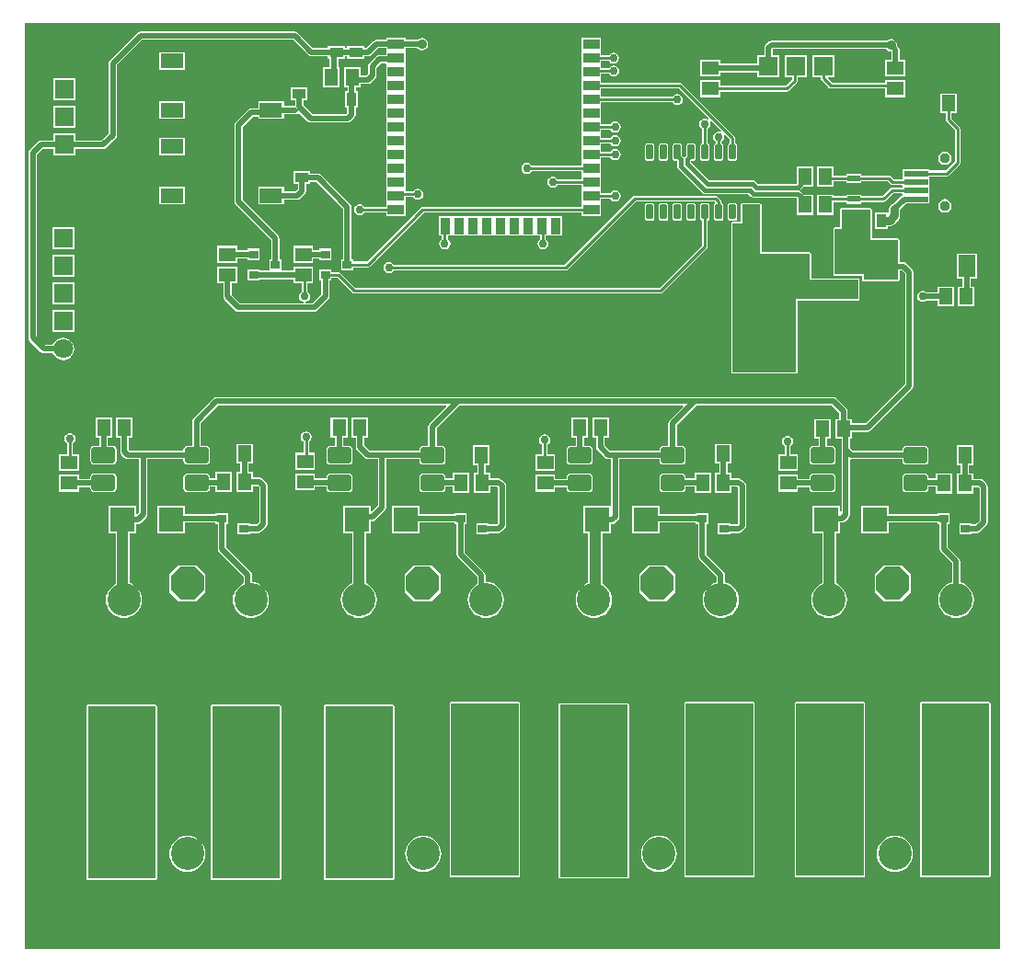
<source format=gtl>
G04*
G04 #@! TF.GenerationSoftware,Altium Limited,Altium Designer,19.0.15 (446)*
G04*
G04 Layer_Physical_Order=1*
G04 Layer_Color=255*
%FSLAX23Y23*%
%MOIN*%
G70*
G01*
G75*
%ADD15C,0.010*%
%ADD19C,0.015*%
%ADD25R,0.051X0.063*%
%ADD26R,0.051X0.037*%
%ADD27R,0.037X0.051*%
%ADD28R,0.035X0.031*%
%ADD29R,0.063X0.051*%
G04:AMPARAMS|DCode=30|XSize=85mil|YSize=58mil|CornerRadius=7mil|HoleSize=0mil|Usage=FLASHONLY|Rotation=0.000|XOffset=0mil|YOffset=0mil|HoleType=Round|Shape=RoundedRectangle|*
%AMROUNDEDRECTD30*
21,1,0.085,0.044,0,0,0.0*
21,1,0.070,0.058,0,0,0.0*
1,1,0.015,0.035,-0.022*
1,1,0.015,-0.035,-0.022*
1,1,0.015,-0.035,0.022*
1,1,0.015,0.035,0.022*
%
%ADD30ROUNDEDRECTD30*%
%ADD31R,0.091X0.091*%
%ADD32R,0.063X0.094*%
G04:AMPARAMS|DCode=33|XSize=52mil|YSize=24mil|CornerRadius=3mil|HoleSize=0mil|Usage=FLASHONLY|Rotation=270.000|XOffset=0mil|YOffset=0mil|HoleType=Round|Shape=RoundedRectangle|*
%AMROUNDEDRECTD33*
21,1,0.052,0.018,0,0,270.0*
21,1,0.045,0.024,0,0,270.0*
1,1,0.006,-0.009,-0.023*
1,1,0.006,-0.009,0.023*
1,1,0.006,0.009,0.023*
1,1,0.006,0.009,-0.023*
%
%ADD33ROUNDEDRECTD33*%
%ADD34R,0.079X0.059*%
%ADD35R,0.079X0.150*%
%ADD36R,0.094X0.063*%
%ADD37R,0.063X0.079*%
%ADD38R,0.045X0.024*%
%ADD39R,0.059X0.035*%
%ADD40R,0.035X0.059*%
%ADD41R,0.236X0.236*%
%ADD42R,0.098X0.079*%
%ADD43R,0.089X0.020*%
%ADD44R,0.083X0.055*%
%ADD71C,0.020*%
%ADD72C,0.040*%
%ADD73C,0.030*%
%ADD74P,0.130X8X22.5*%
%ADD75C,0.120*%
%ADD76C,0.037*%
%ADD77R,0.071X0.071*%
%ADD78R,0.071X0.071*%
%ADD79C,0.071*%
%ADD80C,0.035*%
%ADD81C,0.030*%
G36*
X6990Y1635D02*
X3455D01*
Y4990D01*
X6990D01*
Y1635D01*
D02*
G37*
%LPC*%
G36*
X4435Y4960D02*
X3875D01*
X3869Y4959D01*
X3864Y4956D01*
X3764Y4856D01*
X3761Y4851D01*
X3760Y4845D01*
Y4591D01*
X3734Y4565D01*
X3640D01*
Y4590D01*
X3560D01*
Y4565D01*
X3515D01*
X3509Y4564D01*
X3504Y4561D01*
X3474Y4531D01*
X3471Y4526D01*
X3470Y4520D01*
Y3850D01*
X3471Y3844D01*
X3474Y3839D01*
X3514Y3799D01*
X3519Y3796D01*
X3525Y3795D01*
X3558D01*
X3560Y3790D01*
X3566Y3781D01*
X3575Y3775D01*
X3584Y3771D01*
X3595Y3769D01*
X3606Y3771D01*
X3615Y3775D01*
X3624Y3781D01*
X3630Y3790D01*
X3634Y3799D01*
X3636Y3810D01*
X3634Y3821D01*
X3630Y3830D01*
X3624Y3839D01*
X3615Y3845D01*
X3606Y3849D01*
X3595Y3851D01*
X3584Y3849D01*
X3575Y3845D01*
X3566Y3839D01*
X3560Y3830D01*
X3558Y3825D01*
X3531D01*
X3500Y3856D01*
Y4514D01*
X3521Y4535D01*
X3560D01*
Y4510D01*
X3640D01*
Y4535D01*
X3740D01*
X3746Y4536D01*
X3751Y4539D01*
X3786Y4574D01*
X3789Y4579D01*
X3790Y4585D01*
Y4839D01*
X3881Y4930D01*
X4429D01*
X4484Y4875D01*
X4489Y4872D01*
X4494Y4870D01*
X4554D01*
Y4862D01*
X4561D01*
Y4831D01*
X4537D01*
Y4759D01*
X4598D01*
Y4831D01*
X4592D01*
Y4862D01*
X4616D01*
Y4870D01*
X4624D01*
Y4862D01*
X4686D01*
Y4870D01*
X4701D01*
X4706Y4872D01*
X4711Y4875D01*
X4736Y4900D01*
X4765D01*
Y4893D01*
X4765Y4892D01*
Y4888D01*
X4765Y4887D01*
Y4876D01*
X4740D01*
X4735Y4875D01*
X4730Y4871D01*
X4704Y4846D01*
X4701Y4841D01*
X4700Y4835D01*
Y4807D01*
X4693Y4800D01*
X4673D01*
Y4831D01*
X4612D01*
Y4759D01*
X4626D01*
Y4746D01*
X4616D01*
Y4684D01*
X4624D01*
Y4666D01*
X4619Y4660D01*
X4498D01*
X4465Y4693D01*
Y4712D01*
X4481D01*
Y4759D01*
X4419D01*
Y4712D01*
X4435D01*
Y4691D01*
X4395D01*
Y4709D01*
X4302D01*
Y4682D01*
X4277D01*
X4271Y4681D01*
X4266Y4678D01*
X4219Y4631D01*
X4216Y4626D01*
X4215Y4620D01*
Y4345D01*
X4216Y4339D01*
X4219Y4334D01*
X4349Y4204D01*
Y4136D01*
X4342D01*
X4342Y4094D01*
X4337Y4093D01*
X4308D01*
Y4098D01*
X4263D01*
Y4057D01*
X4308D01*
Y4062D01*
X4429D01*
Y4047D01*
X4460D01*
Y4017D01*
X4456Y4014D01*
X4451Y4008D01*
X4450Y4000D01*
X4451Y3992D01*
X4456Y3986D01*
X4462Y3981D01*
X4467Y3980D01*
X4466Y3975D01*
X4236D01*
X4205Y4006D01*
Y4047D01*
X4226D01*
Y4108D01*
X4154D01*
Y4047D01*
X4175D01*
Y4000D01*
X4176Y3994D01*
X4179Y3989D01*
X4219Y3949D01*
X4224Y3946D01*
X4230Y3945D01*
X4505D01*
X4511Y3946D01*
X4516Y3949D01*
X4556Y3990D01*
X4560Y3995D01*
X4561Y4001D01*
Y4057D01*
X4568D01*
Y4067D01*
X4588D01*
X4643Y4013D01*
X4646Y4011D01*
X4650Y4010D01*
X5760D01*
X5764Y4011D01*
X5767Y4013D01*
X5927Y4173D01*
X5929Y4176D01*
X5930Y4180D01*
Y4276D01*
X5932Y4276D01*
X5935Y4278D01*
X5937Y4281D01*
X5937Y4284D01*
Y4329D01*
X5937Y4333D01*
X5935Y4335D01*
X5932Y4337D01*
X5929Y4338D01*
X5911D01*
X5908Y4337D01*
X5905Y4335D01*
X5903Y4333D01*
X5903Y4329D01*
Y4284D01*
X5903Y4281D01*
X5905Y4278D01*
X5908Y4276D01*
X5910Y4276D01*
Y4184D01*
X5756Y4030D01*
X4654D01*
X4600Y4085D01*
X4596Y4087D01*
X4593Y4088D01*
X4568D01*
Y4098D01*
X4523D01*
Y4057D01*
X4530D01*
Y4007D01*
X4499Y3975D01*
X4474D01*
X4473Y3980D01*
X4478Y3981D01*
X4484Y3986D01*
X4489Y3992D01*
X4490Y4000D01*
X4489Y4008D01*
X4484Y4014D01*
X4480Y4017D01*
Y4047D01*
X4501D01*
Y4108D01*
X4429D01*
Y4093D01*
X4392D01*
X4387Y4094D01*
X4387Y4098D01*
Y4136D01*
X4380D01*
Y4210D01*
X4378Y4216D01*
X4375Y4221D01*
X4245Y4351D01*
Y4614D01*
X4283Y4652D01*
X4302D01*
Y4644D01*
X4395D01*
Y4660D01*
X4438D01*
X4444Y4661D01*
X4449Y4664D01*
X4451Y4665D01*
X4481Y4634D01*
X4486Y4631D01*
X4492Y4630D01*
X4625D01*
X4631Y4631D01*
X4636Y4634D01*
X4650Y4649D01*
X4654Y4654D01*
X4655Y4659D01*
Y4684D01*
X4663D01*
Y4746D01*
X4656D01*
Y4759D01*
X4673D01*
Y4770D01*
X4700D01*
X4705Y4771D01*
X4710Y4774D01*
X4726Y4790D01*
X4729Y4795D01*
X4730Y4800D01*
Y4829D01*
X4747Y4845D01*
X4761D01*
X4765Y4842D01*
Y4838D01*
X4765Y4837D01*
Y4793D01*
X4765Y4792D01*
Y4788D01*
X4765Y4787D01*
Y4743D01*
X4765Y4742D01*
Y4738D01*
X4765Y4737D01*
Y4693D01*
X4765Y4692D01*
Y4688D01*
X4765Y4687D01*
Y4643D01*
X4765Y4642D01*
Y4638D01*
X4765Y4637D01*
Y4593D01*
X4765Y4592D01*
Y4588D01*
X4765Y4587D01*
Y4543D01*
X4765Y4542D01*
Y4538D01*
X4765Y4537D01*
Y4493D01*
X4765Y4492D01*
Y4488D01*
X4765Y4487D01*
Y4443D01*
X4765Y4442D01*
Y4438D01*
X4765Y4437D01*
Y4393D01*
X4765Y4392D01*
Y4388D01*
X4765Y4387D01*
Y4343D01*
X4765Y4342D01*
Y4338D01*
X4765Y4337D01*
Y4325D01*
X4687D01*
X4684Y4329D01*
X4678Y4334D01*
X4670Y4335D01*
X4662Y4334D01*
X4656Y4329D01*
X4651Y4323D01*
X4650Y4315D01*
X4651Y4307D01*
X4656Y4301D01*
X4662Y4296D01*
X4670Y4295D01*
X4678Y4296D01*
X4684Y4301D01*
X4687Y4305D01*
X4765D01*
Y4292D01*
X4835D01*
Y4337D01*
X4835Y4338D01*
Y4342D01*
X4835Y4343D01*
Y4360D01*
X4863D01*
X4866Y4356D01*
X4872Y4351D01*
X4880Y4350D01*
X4888Y4351D01*
X4894Y4356D01*
X4899Y4362D01*
X4900Y4370D01*
X4899Y4378D01*
X4894Y4384D01*
X4888Y4389D01*
X4880Y4390D01*
X4872Y4389D01*
X4866Y4384D01*
X4863Y4380D01*
X4835D01*
Y4387D01*
X4835Y4388D01*
Y4392D01*
X4835Y4393D01*
Y4437D01*
X4835Y4438D01*
Y4442D01*
X4835Y4443D01*
Y4487D01*
X4835Y4488D01*
Y4492D01*
X4835Y4493D01*
Y4537D01*
X4835Y4538D01*
Y4542D01*
X4835Y4543D01*
Y4587D01*
X4835Y4588D01*
Y4592D01*
X4835Y4593D01*
Y4637D01*
X4835Y4638D01*
Y4642D01*
X4835Y4643D01*
Y4687D01*
X4835Y4688D01*
Y4692D01*
X4835Y4693D01*
Y4737D01*
X4835Y4738D01*
Y4742D01*
X4835Y4743D01*
Y4787D01*
X4835Y4788D01*
Y4792D01*
X4835Y4793D01*
Y4837D01*
X4835Y4838D01*
Y4842D01*
X4835Y4843D01*
Y4887D01*
X4835Y4888D01*
Y4892D01*
X4835Y4893D01*
Y4900D01*
X4878D01*
X4879Y4899D01*
X4886Y4894D01*
X4895Y4892D01*
X4904Y4894D01*
X4911Y4899D01*
X4916Y4906D01*
X4918Y4915D01*
X4916Y4924D01*
X4911Y4931D01*
X4904Y4936D01*
X4895Y4938D01*
X4886Y4936D01*
X4879Y4931D01*
X4878Y4930D01*
X4835D01*
Y4938D01*
X4765D01*
Y4930D01*
X4730D01*
X4724Y4929D01*
X4719Y4926D01*
X4694Y4901D01*
X4686D01*
Y4909D01*
X4624D01*
Y4901D01*
X4616D01*
Y4909D01*
X4554D01*
Y4901D01*
X4501D01*
X4446Y4956D01*
X4441Y4959D01*
X4435Y4960D01*
D02*
G37*
G36*
X5543Y4938D02*
X5474D01*
Y4893D01*
X5474Y4892D01*
Y4888D01*
X5474Y4887D01*
Y4843D01*
X5474Y4842D01*
Y4838D01*
X5474Y4837D01*
Y4793D01*
X5474Y4792D01*
Y4788D01*
X5474Y4787D01*
Y4743D01*
X5474Y4742D01*
Y4738D01*
X5474Y4737D01*
Y4693D01*
X5474Y4692D01*
Y4688D01*
X5474Y4687D01*
Y4643D01*
X5474Y4642D01*
Y4638D01*
X5474Y4637D01*
Y4593D01*
X5474Y4592D01*
Y4588D01*
X5474Y4587D01*
Y4543D01*
X5474Y4542D01*
Y4538D01*
X5474Y4537D01*
Y4493D01*
X5474Y4492D01*
Y4488D01*
X5474Y4487D01*
Y4475D01*
X5292D01*
X5289Y4479D01*
X5283Y4484D01*
X5275Y4485D01*
X5267Y4484D01*
X5261Y4479D01*
X5256Y4473D01*
X5255Y4465D01*
X5256Y4457D01*
X5261Y4451D01*
X5267Y4446D01*
X5275Y4445D01*
X5283Y4446D01*
X5289Y4451D01*
X5292Y4455D01*
X5474D01*
Y4443D01*
X5474Y4442D01*
Y4438D01*
X5474Y4437D01*
Y4425D01*
X5387D01*
X5384Y4429D01*
X5378Y4434D01*
X5370Y4435D01*
X5362Y4434D01*
X5356Y4429D01*
X5351Y4423D01*
X5350Y4415D01*
X5351Y4407D01*
X5356Y4401D01*
X5362Y4396D01*
X5370Y4395D01*
X5378Y4396D01*
X5384Y4401D01*
X5387Y4405D01*
X5474D01*
Y4393D01*
X5474Y4392D01*
Y4388D01*
X5474Y4387D01*
Y4343D01*
X5474Y4342D01*
Y4338D01*
X5474Y4337D01*
Y4325D01*
X4898D01*
X4894Y4324D01*
X4891Y4322D01*
X4695Y4127D01*
X4647D01*
Y4136D01*
X4640D01*
Y4326D01*
X4639Y4331D01*
X4635Y4336D01*
X4531Y4441D01*
X4526Y4444D01*
X4520Y4445D01*
X4519D01*
X4516Y4446D01*
X4491D01*
Y4454D01*
X4429D01*
Y4407D01*
X4445D01*
Y4388D01*
X4438Y4382D01*
X4395D01*
Y4399D01*
X4302D01*
Y4334D01*
X4395D01*
Y4351D01*
X4444D01*
X4450Y4352D01*
X4455Y4356D01*
X4471Y4371D01*
X4474Y4376D01*
X4475Y4382D01*
Y4407D01*
X4491D01*
Y4415D01*
X4513D01*
X4609Y4319D01*
Y4136D01*
X4602D01*
Y4094D01*
X4647D01*
Y4106D01*
X4700D01*
X4704Y4107D01*
X4707Y4109D01*
X4902Y4305D01*
X5474D01*
Y4292D01*
X5543D01*
Y4337D01*
X5543Y4338D01*
Y4342D01*
X5543Y4343D01*
Y4355D01*
X5578D01*
X5581Y4351D01*
X5587Y4346D01*
X5595Y4345D01*
X5603Y4346D01*
X5609Y4351D01*
X5614Y4357D01*
X5615Y4365D01*
X5614Y4373D01*
X5609Y4379D01*
X5603Y4384D01*
X5595Y4385D01*
X5587Y4384D01*
X5581Y4379D01*
X5578Y4375D01*
X5543D01*
Y4387D01*
X5543Y4388D01*
Y4392D01*
X5543Y4393D01*
Y4437D01*
X5543Y4438D01*
Y4442D01*
X5543Y4443D01*
Y4487D01*
X5543Y4488D01*
Y4492D01*
X5543Y4493D01*
Y4505D01*
X5578D01*
X5581Y4501D01*
X5587Y4496D01*
X5595Y4495D01*
X5603Y4496D01*
X5609Y4501D01*
X5614Y4507D01*
X5615Y4515D01*
X5614Y4523D01*
X5609Y4529D01*
X5603Y4534D01*
X5595Y4535D01*
X5587Y4534D01*
X5581Y4529D01*
X5578Y4525D01*
X5543D01*
Y4537D01*
X5543Y4538D01*
Y4542D01*
X5543Y4543D01*
Y4555D01*
X5578D01*
X5581Y4551D01*
X5587Y4546D01*
X5595Y4545D01*
X5603Y4546D01*
X5609Y4551D01*
X5614Y4557D01*
X5615Y4565D01*
X5614Y4573D01*
X5609Y4579D01*
X5603Y4584D01*
X5595Y4585D01*
X5587Y4584D01*
X5581Y4579D01*
X5578Y4575D01*
X5543D01*
Y4587D01*
X5543Y4588D01*
Y4592D01*
X5543Y4593D01*
Y4605D01*
X5578D01*
X5581Y4601D01*
X5587Y4596D01*
X5595Y4595D01*
X5603Y4596D01*
X5609Y4601D01*
X5614Y4607D01*
X5615Y4615D01*
X5614Y4623D01*
X5609Y4629D01*
X5603Y4634D01*
X5595Y4635D01*
X5587Y4634D01*
X5581Y4629D01*
X5578Y4625D01*
X5543D01*
Y4637D01*
X5543Y4638D01*
Y4642D01*
X5543Y4643D01*
Y4687D01*
X5543Y4688D01*
Y4692D01*
X5543Y4693D01*
Y4703D01*
X5803D01*
X5806Y4699D01*
X5812Y4695D01*
X5820Y4693D01*
X5828Y4695D01*
X5834Y4699D01*
X5839Y4706D01*
X5840Y4713D01*
X5839Y4721D01*
X5834Y4728D01*
X5828Y4732D01*
X5820Y4734D01*
X5812Y4732D01*
X5806Y4728D01*
X5803Y4724D01*
X5543D01*
Y4737D01*
X5543Y4738D01*
Y4742D01*
X5543Y4743D01*
Y4755D01*
X5825D01*
X5934Y4646D01*
X5930Y4642D01*
X5928Y4644D01*
X5920Y4645D01*
X5912Y4644D01*
X5906Y4639D01*
X5901Y4633D01*
X5900Y4625D01*
X5901Y4617D01*
X5906Y4611D01*
X5910Y4608D01*
Y4554D01*
X5908Y4554D01*
X5905Y4552D01*
X5903Y4549D01*
X5903Y4546D01*
Y4501D01*
X5903Y4497D01*
X5905Y4495D01*
X5908Y4493D01*
X5911Y4492D01*
X5929D01*
X5932Y4493D01*
X5935Y4495D01*
X5937Y4497D01*
X5937Y4501D01*
Y4546D01*
X5937Y4549D01*
X5935Y4552D01*
X5932Y4554D01*
X5930Y4554D01*
Y4608D01*
X5934Y4611D01*
X5939Y4617D01*
X5940Y4625D01*
X5939Y4633D01*
X5937Y4635D01*
X5941Y4639D01*
X5979Y4600D01*
X5976Y4596D01*
X5970Y4597D01*
X5962Y4596D01*
X5956Y4591D01*
X5951Y4585D01*
X5950Y4577D01*
X5951Y4569D01*
X5956Y4563D01*
X5960Y4560D01*
Y4554D01*
X5958Y4554D01*
X5955Y4552D01*
X5953Y4549D01*
X5953Y4546D01*
Y4501D01*
X5953Y4497D01*
X5955Y4495D01*
X5958Y4493D01*
X5961Y4492D01*
X5979D01*
X5982Y4493D01*
X5985Y4495D01*
X5987Y4497D01*
X5987Y4501D01*
Y4546D01*
X5987Y4549D01*
X5985Y4552D01*
X5982Y4554D01*
X5980Y4554D01*
Y4560D01*
X5984Y4563D01*
X5989Y4569D01*
X5990Y4577D01*
X5989Y4583D01*
X5994Y4586D01*
X6010Y4570D01*
Y4554D01*
X6008Y4554D01*
X6005Y4552D01*
X6003Y4549D01*
X6003Y4546D01*
Y4501D01*
X6003Y4497D01*
X6005Y4495D01*
X6008Y4493D01*
X6011Y4492D01*
X6029D01*
X6032Y4493D01*
X6035Y4495D01*
X6037Y4497D01*
X6037Y4501D01*
Y4546D01*
X6037Y4549D01*
X6035Y4552D01*
X6032Y4554D01*
X6030Y4554D01*
Y4574D01*
X6029Y4578D01*
X6027Y4581D01*
X5836Y4772D01*
X5833Y4774D01*
X5829Y4775D01*
X5543D01*
Y4787D01*
X5543Y4788D01*
Y4792D01*
X5543Y4793D01*
Y4807D01*
X5573D01*
X5576Y4803D01*
X5582Y4798D01*
X5590Y4797D01*
X5598Y4798D01*
X5604Y4803D01*
X5609Y4809D01*
X5610Y4817D01*
X5609Y4825D01*
X5604Y4831D01*
X5598Y4836D01*
X5590Y4837D01*
X5582Y4836D01*
X5576Y4831D01*
X5573Y4827D01*
X5543D01*
Y4837D01*
X5543Y4838D01*
Y4842D01*
X5543Y4843D01*
Y4853D01*
X5572D01*
X5575Y4849D01*
X5581Y4845D01*
X5589Y4843D01*
X5597Y4845D01*
X5603Y4849D01*
X5608Y4856D01*
X5609Y4863D01*
X5608Y4871D01*
X5603Y4878D01*
X5597Y4882D01*
X5589Y4884D01*
X5581Y4882D01*
X5575Y4878D01*
X5572Y4874D01*
X5543D01*
Y4887D01*
X5543Y4888D01*
Y4892D01*
X5543Y4893D01*
Y4938D01*
D02*
G37*
G36*
X4036Y4886D02*
X3944D01*
Y4821D01*
X4036D01*
Y4886D01*
D02*
G37*
G36*
X6595Y4933D02*
X6586Y4931D01*
X6581Y4927D01*
X6162D01*
X6156Y4926D01*
X6151Y4923D01*
X6139Y4911D01*
X6136Y4906D01*
X6135Y4900D01*
Y4875D01*
X6110D01*
Y4843D01*
X5976D01*
Y4858D01*
X5904D01*
Y4797D01*
X5976D01*
Y4812D01*
X6110D01*
Y4795D01*
X6190D01*
Y4875D01*
X6165D01*
Y4894D01*
X6168Y4897D01*
X6577D01*
X6579Y4894D01*
X6586Y4889D01*
X6595Y4887D01*
Y4858D01*
X6572D01*
Y4797D01*
X6645D01*
Y4858D01*
X6625D01*
Y4895D01*
X6624Y4901D01*
X6621Y4906D01*
X6618Y4909D01*
X6618Y4910D01*
X6616Y4919D01*
X6611Y4926D01*
X6604Y4931D01*
X6595Y4933D01*
D02*
G37*
G36*
X6290Y4875D02*
X6210D01*
Y4795D01*
X6235D01*
Y4784D01*
X6213Y4763D01*
X5976D01*
Y4783D01*
X5904D01*
Y4722D01*
X5976D01*
Y4742D01*
X6218D01*
X6221Y4743D01*
X6225Y4745D01*
X6252Y4773D01*
X6254Y4776D01*
X6255Y4780D01*
Y4795D01*
X6290D01*
Y4875D01*
D02*
G37*
G36*
X6390D02*
X6310D01*
Y4795D01*
X6340D01*
Y4790D01*
X6341Y4786D01*
X6343Y4783D01*
X6368Y4758D01*
X6371Y4756D01*
X6375Y4755D01*
X6572D01*
Y4722D01*
X6645D01*
Y4783D01*
X6572D01*
Y4775D01*
X6379D01*
X6365Y4790D01*
X6367Y4795D01*
X6390D01*
Y4875D01*
D02*
G37*
G36*
X3640Y4790D02*
X3560D01*
Y4710D01*
X3640D01*
Y4790D01*
D02*
G37*
G36*
X4036Y4709D02*
X3944D01*
Y4644D01*
X4036D01*
Y4709D01*
D02*
G37*
G36*
X3640Y4690D02*
X3560D01*
Y4610D01*
X3640D01*
Y4690D01*
D02*
G37*
G36*
X4036Y4576D02*
X3944D01*
Y4511D01*
X4036D01*
Y4576D01*
D02*
G37*
G36*
X5879Y4554D02*
X5861D01*
X5858Y4554D01*
X5855Y4552D01*
X5853Y4549D01*
X5853Y4546D01*
Y4510D01*
X5848Y4506D01*
X5848Y4505D01*
X5842D01*
X5842Y4506D01*
X5837Y4510D01*
Y4546D01*
X5837Y4549D01*
X5835Y4552D01*
X5832Y4554D01*
X5829Y4554D01*
X5811D01*
X5808Y4554D01*
X5805Y4552D01*
X5803Y4549D01*
X5803Y4546D01*
Y4501D01*
X5803Y4497D01*
X5805Y4495D01*
X5808Y4493D01*
X5811Y4492D01*
X5819D01*
X5820Y4492D01*
Y4472D01*
X5821Y4467D01*
X5823Y4463D01*
X5911Y4375D01*
X5915Y4372D01*
X5920Y4371D01*
X6077D01*
X6086Y4362D01*
X6090Y4360D01*
X6095Y4359D01*
X6250D01*
X6252Y4357D01*
Y4351D01*
X6252Y4349D01*
Y4296D01*
X6313D01*
Y4369D01*
X6275D01*
X6274Y4372D01*
X6265Y4380D01*
X6264Y4381D01*
Y4387D01*
X6265Y4387D01*
X6274Y4396D01*
X6275Y4399D01*
X6313D01*
Y4471D01*
X6252D01*
Y4418D01*
X6252Y4417D01*
Y4410D01*
X6250Y4409D01*
X6111D01*
X6102Y4418D01*
X6098Y4421D01*
X6093Y4422D01*
X5936D01*
X5870Y4487D01*
Y4492D01*
X5871Y4492D01*
X5879D01*
X5882Y4493D01*
X5885Y4495D01*
X5887Y4497D01*
X5887Y4501D01*
Y4546D01*
X5887Y4549D01*
X5885Y4552D01*
X5882Y4554D01*
X5879Y4554D01*
D02*
G37*
G36*
X5779D02*
X5761D01*
X5758Y4554D01*
X5755Y4552D01*
X5753Y4549D01*
X5753Y4546D01*
Y4501D01*
X5753Y4497D01*
X5755Y4495D01*
X5758Y4493D01*
X5761Y4492D01*
X5779D01*
X5782Y4493D01*
X5785Y4495D01*
X5787Y4497D01*
X5787Y4501D01*
Y4546D01*
X5787Y4549D01*
X5785Y4552D01*
X5782Y4554D01*
X5779Y4554D01*
D02*
G37*
G36*
X5729D02*
X5711D01*
X5708Y4554D01*
X5705Y4552D01*
X5703Y4549D01*
X5703Y4546D01*
Y4501D01*
X5703Y4497D01*
X5705Y4495D01*
X5708Y4493D01*
X5711Y4492D01*
X5729D01*
X5732Y4493D01*
X5735Y4495D01*
X5737Y4497D01*
X5737Y4501D01*
Y4546D01*
X5737Y4549D01*
X5735Y4552D01*
X5732Y4554D01*
X5729Y4554D01*
D02*
G37*
G36*
X6790Y4526D02*
X6781Y4524D01*
X6773Y4519D01*
X6768Y4511D01*
X6766Y4502D01*
X6768Y4492D01*
X6773Y4485D01*
X6781Y4479D01*
X6790Y4477D01*
X6799Y4479D01*
X6807Y4485D01*
X6812Y4492D01*
X6814Y4502D01*
X6812Y4511D01*
X6807Y4519D01*
X6799Y4524D01*
X6790Y4526D01*
D02*
G37*
G36*
X6833Y4736D02*
X6772D01*
Y4664D01*
X6792D01*
Y4640D01*
X6793Y4636D01*
X6795Y4633D01*
X6825Y4603D01*
Y4489D01*
X6792Y4457D01*
X6734D01*
Y4461D01*
X6635D01*
Y4435D01*
X6635Y4432D01*
Y4429D01*
X6632Y4425D01*
X6604D01*
X6595Y4435D01*
X6591Y4437D01*
X6588Y4438D01*
X6488D01*
Y4444D01*
X6433D01*
Y4438D01*
X6388D01*
Y4471D01*
X6327D01*
Y4399D01*
X6388D01*
Y4417D01*
X6433D01*
Y4411D01*
X6488D01*
Y4417D01*
X6583D01*
X6593Y4408D01*
X6596Y4406D01*
X6600Y4405D01*
X6632D01*
X6635Y4401D01*
Y4397D01*
X6632Y4394D01*
X6599D01*
X6595Y4393D01*
X6591Y4391D01*
X6563Y4363D01*
X6488D01*
Y4369D01*
X6433D01*
Y4363D01*
X6388D01*
Y4369D01*
X6327D01*
Y4296D01*
X6388D01*
Y4342D01*
X6433D01*
Y4336D01*
X6488D01*
Y4342D01*
X6568D01*
X6571Y4343D01*
X6575Y4345D01*
X6603Y4373D01*
X6632D01*
X6635Y4370D01*
Y4369D01*
X6634Y4364D01*
X6631Y4363D01*
X6606Y4338D01*
X6600Y4336D01*
X6593Y4332D01*
X6589Y4325D01*
X6587Y4318D01*
Y4307D01*
X6583Y4305D01*
Y4305D01*
X6535D01*
Y4244D01*
X6583D01*
Y4256D01*
X6591D01*
X6599Y4257D01*
X6606Y4262D01*
X6622Y4278D01*
X6626Y4285D01*
X6628Y4293D01*
Y4316D01*
X6649Y4337D01*
X6734D01*
Y4364D01*
X6734Y4367D01*
X6734Y4372D01*
Y4395D01*
X6734Y4398D01*
X6734Y4403D01*
Y4427D01*
X6734Y4430D01*
Y4433D01*
X6738Y4436D01*
X6796D01*
X6800Y4437D01*
X6804Y4439D01*
X6842Y4478D01*
X6844Y4481D01*
X6845Y4485D01*
Y4607D01*
X6844Y4611D01*
X6842Y4615D01*
X6813Y4644D01*
Y4664D01*
X6833D01*
Y4736D01*
D02*
G37*
G36*
X4036Y4399D02*
X3944D01*
Y4334D01*
X4036D01*
Y4399D01*
D02*
G37*
G36*
X6790Y4353D02*
X6781Y4351D01*
X6773Y4345D01*
X6768Y4338D01*
X6766Y4328D01*
X6768Y4319D01*
X6773Y4311D01*
X6781Y4306D01*
X6790Y4304D01*
X6799Y4306D01*
X6807Y4311D01*
X6812Y4319D01*
X6814Y4328D01*
X6812Y4338D01*
X6807Y4345D01*
X6799Y4351D01*
X6790Y4353D01*
D02*
G37*
G36*
X5357Y4291D02*
X5352D01*
X5352Y4291D01*
X5307D01*
X5307Y4291D01*
X5302D01*
X5302Y4291D01*
X5257D01*
X5257Y4291D01*
X5252D01*
X5252Y4291D01*
X5207D01*
X5207Y4291D01*
X5202D01*
X5202Y4291D01*
X5157D01*
X5157Y4291D01*
X5152D01*
X5152Y4291D01*
X5107D01*
X5107Y4291D01*
X5102D01*
X5102Y4291D01*
X5057D01*
X5057Y4291D01*
X5052D01*
X5052Y4291D01*
X5007D01*
X5007Y4291D01*
X5002D01*
X5002Y4291D01*
X4957D01*
Y4222D01*
X4968D01*
Y4208D01*
X4964Y4205D01*
X4960Y4199D01*
X4958Y4191D01*
X4960Y4183D01*
X4964Y4177D01*
X4971Y4172D01*
X4978Y4171D01*
X4986Y4172D01*
X4993Y4177D01*
X4997Y4183D01*
X4999Y4191D01*
X4997Y4199D01*
X4993Y4205D01*
X4989Y4208D01*
Y4222D01*
X5002D01*
X5002Y4222D01*
X5007D01*
X5007Y4222D01*
X5052D01*
X5052Y4222D01*
X5057D01*
X5057Y4222D01*
X5102D01*
X5102Y4222D01*
X5107D01*
X5107Y4222D01*
X5152D01*
X5152Y4222D01*
X5157D01*
X5157Y4222D01*
X5202D01*
X5202Y4222D01*
X5207D01*
X5207Y4222D01*
X5252D01*
X5252Y4222D01*
X5257D01*
X5257Y4222D01*
X5302D01*
X5302Y4222D01*
X5307D01*
X5307Y4222D01*
X5323D01*
Y4208D01*
X5319Y4205D01*
X5315Y4199D01*
X5313Y4191D01*
X5315Y4183D01*
X5319Y4177D01*
X5326Y4172D01*
X5333Y4171D01*
X5341Y4172D01*
X5348Y4177D01*
X5352Y4183D01*
X5354Y4191D01*
X5352Y4199D01*
X5348Y4205D01*
X5344Y4208D01*
Y4222D01*
X5352D01*
X5352Y4222D01*
X5357D01*
X5357Y4222D01*
X5402D01*
Y4291D01*
X5357D01*
X5357Y4291D01*
D02*
G37*
G36*
X6029Y4338D02*
X6011D01*
X6008Y4337D01*
X6005Y4335D01*
X6003Y4333D01*
X6003Y4329D01*
Y4284D01*
X6003Y4281D01*
X6005Y4278D01*
X6008Y4276D01*
X6011Y4276D01*
X6029D01*
X6032Y4276D01*
X6035Y4278D01*
X6037Y4281D01*
X6037Y4284D01*
Y4329D01*
X6037Y4333D01*
X6035Y4335D01*
X6032Y4337D01*
X6029Y4338D01*
D02*
G37*
G36*
X5959Y4365D02*
X5665D01*
X5661Y4364D01*
X5658Y4362D01*
X5411Y4115D01*
X4793D01*
X4790Y4119D01*
X4784Y4124D01*
X4776Y4125D01*
X4768Y4124D01*
X4762Y4119D01*
X4757Y4113D01*
X4756Y4105D01*
X4757Y4097D01*
X4762Y4091D01*
X4768Y4086D01*
X4776Y4085D01*
X4784Y4086D01*
X4790Y4091D01*
X4793Y4095D01*
X5415D01*
X5419Y4096D01*
X5422Y4098D01*
X5669Y4345D01*
X5955D01*
X5957Y4342D01*
X5958Y4341D01*
X5956Y4336D01*
X5955Y4335D01*
X5953Y4333D01*
X5953Y4329D01*
Y4284D01*
X5953Y4281D01*
X5955Y4278D01*
X5958Y4276D01*
X5961Y4276D01*
X5979D01*
X5982Y4276D01*
X5985Y4278D01*
X5987Y4281D01*
X5987Y4284D01*
Y4329D01*
X5987Y4333D01*
X5985Y4335D01*
X5982Y4337D01*
X5980Y4337D01*
Y4344D01*
X5979Y4348D01*
X5977Y4351D01*
X5966Y4362D01*
X5963Y4364D01*
X5959Y4365D01*
D02*
G37*
G36*
X5879Y4338D02*
X5861D01*
X5858Y4337D01*
X5855Y4335D01*
X5853Y4333D01*
X5853Y4329D01*
Y4284D01*
X5853Y4281D01*
X5855Y4278D01*
X5858Y4276D01*
X5861Y4276D01*
X5879D01*
X5882Y4276D01*
X5885Y4278D01*
X5887Y4281D01*
X5887Y4284D01*
Y4329D01*
X5887Y4333D01*
X5885Y4335D01*
X5882Y4337D01*
X5879Y4338D01*
D02*
G37*
G36*
X5829D02*
X5811D01*
X5808Y4337D01*
X5805Y4335D01*
X5803Y4333D01*
X5803Y4329D01*
Y4284D01*
X5803Y4281D01*
X5805Y4278D01*
X5808Y4276D01*
X5811Y4276D01*
X5829D01*
X5832Y4276D01*
X5835Y4278D01*
X5837Y4281D01*
X5837Y4284D01*
Y4329D01*
X5837Y4333D01*
X5835Y4335D01*
X5832Y4337D01*
X5829Y4338D01*
D02*
G37*
G36*
X5779D02*
X5761D01*
X5758Y4337D01*
X5755Y4335D01*
X5753Y4333D01*
X5753Y4329D01*
Y4284D01*
X5753Y4281D01*
X5755Y4278D01*
X5758Y4276D01*
X5761Y4276D01*
X5779D01*
X5782Y4276D01*
X5785Y4278D01*
X5787Y4281D01*
X5787Y4284D01*
Y4329D01*
X5787Y4333D01*
X5785Y4335D01*
X5782Y4337D01*
X5779Y4338D01*
D02*
G37*
G36*
X5729D02*
X5711D01*
X5708Y4337D01*
X5705Y4335D01*
X5703Y4333D01*
X5703Y4329D01*
Y4284D01*
X5703Y4281D01*
X5705Y4278D01*
X5708Y4276D01*
X5711Y4276D01*
X5729D01*
X5732Y4276D01*
X5735Y4278D01*
X5737Y4281D01*
X5737Y4284D01*
Y4329D01*
X5737Y4333D01*
X5735Y4335D01*
X5732Y4337D01*
X5729Y4338D01*
D02*
G37*
G36*
X3635Y4250D02*
X3555D01*
Y4170D01*
X3635D01*
Y4250D01*
D02*
G37*
G36*
X4501Y4183D02*
X4429D01*
Y4122D01*
X4501D01*
Y4137D01*
X4523D01*
Y4131D01*
X4568D01*
Y4173D01*
X4523D01*
Y4167D01*
X4501D01*
Y4183D01*
D02*
G37*
G36*
X4226D02*
X4154D01*
Y4122D01*
X4226D01*
Y4137D01*
X4263D01*
Y4131D01*
X4308D01*
Y4173D01*
X4263D01*
Y4167D01*
X4226D01*
Y4183D01*
D02*
G37*
G36*
X3635Y4150D02*
X3555D01*
Y4070D01*
X3635D01*
Y4150D01*
D02*
G37*
G36*
X6823Y4036D02*
X6762D01*
Y4015D01*
X6723D01*
X6718Y4019D01*
X6710Y4020D01*
X6702Y4019D01*
X6696Y4014D01*
X6691Y4008D01*
X6690Y4000D01*
X6691Y3992D01*
X6696Y3986D01*
X6702Y3981D01*
X6710Y3980D01*
X6718Y3981D01*
X6723Y3985D01*
X6762D01*
Y3964D01*
X6823D01*
Y4036D01*
D02*
G37*
G36*
X3635Y4050D02*
X3555D01*
Y3970D01*
X3635D01*
Y4050D01*
D02*
G37*
G36*
X6907Y4154D02*
X6834D01*
Y4066D01*
X6853D01*
Y4036D01*
X6837D01*
Y3964D01*
X6898D01*
Y4036D01*
X6884D01*
Y4066D01*
X6907D01*
Y4154D01*
D02*
G37*
G36*
X3635Y3950D02*
X3555D01*
Y3870D01*
X3635D01*
Y3950D01*
D02*
G37*
G36*
X6120Y4338D02*
X6055D01*
X6051Y4336D01*
X6050Y4333D01*
Y4270D01*
X6020D01*
X6016Y4269D01*
X6015Y4265D01*
X6015Y3725D01*
X6016Y3721D01*
X6020Y3720D01*
X6250Y3720D01*
X6254Y3721D01*
X6255Y3725D01*
X6255Y3986D01*
X6475D01*
X6479Y3987D01*
X6480Y3991D01*
Y4060D01*
X6479Y4064D01*
X6475Y4065D01*
X6305D01*
Y4155D01*
X6304Y4159D01*
X6300Y4160D01*
X6125D01*
Y4333D01*
X6124Y4336D01*
X6120Y4338D01*
D02*
G37*
G36*
X6520Y4320D02*
X6415D01*
X6411Y4319D01*
X6410Y4315D01*
Y4250D01*
X6390D01*
X6386Y4249D01*
X6385Y4245D01*
Y4080D01*
X6386Y4076D01*
X6390Y4075D01*
X6490D01*
Y4060D01*
X6491Y4056D01*
X6495Y4055D01*
X6620D01*
X6624Y4056D01*
X6625Y4060D01*
Y4094D01*
X6634D01*
X6645Y4083D01*
Y3681D01*
X6503Y3540D01*
X6453D01*
Y3556D01*
X6438D01*
Y3585D01*
X6437Y3591D01*
X6433Y3596D01*
X6398Y3631D01*
X6393Y3634D01*
X6387Y3635D01*
X4150D01*
X4144Y3634D01*
X4139Y3631D01*
X4068Y3559D01*
X4064Y3554D01*
X4063Y3549D01*
Y3459D01*
X4043D01*
X4039Y3458D01*
X4035Y3456D01*
X4032Y3452D01*
X4031Y3447D01*
Y3440D01*
X3835D01*
X3833Y3443D01*
Y3489D01*
X3848D01*
Y3561D01*
X3787D01*
Y3489D01*
X3802D01*
Y3437D01*
X3803Y3431D01*
X3807Y3426D01*
X3818Y3414D01*
X3823Y3411D01*
X3829Y3410D01*
X3870D01*
Y3216D01*
X3864Y3211D01*
X3860Y3213D01*
Y3240D01*
X3759D01*
Y3140D01*
X3785D01*
Y2957D01*
X3779Y2954D01*
X3769Y2946D01*
X3761Y2936D01*
X3755Y2925D01*
X3751Y2913D01*
X3750Y2900D01*
X3751Y2887D01*
X3755Y2875D01*
X3761Y2864D01*
X3769Y2854D01*
X3779Y2846D01*
X3790Y2840D01*
X3802Y2836D01*
X3815Y2835D01*
X3828Y2836D01*
X3840Y2840D01*
X3851Y2846D01*
X3861Y2854D01*
X3869Y2864D01*
X3875Y2875D01*
X3879Y2887D01*
X3880Y2900D01*
X3879Y2913D01*
X3875Y2925D01*
X3869Y2936D01*
X3861Y2946D01*
X3851Y2954D01*
X3840Y2960D01*
X3835Y2962D01*
Y3140D01*
X3860D01*
Y3175D01*
X3865D01*
X3871Y3176D01*
X3876Y3179D01*
X3896Y3199D01*
X3899Y3204D01*
X3900Y3210D01*
Y3410D01*
X4031D01*
Y3403D01*
X4032Y3398D01*
X4035Y3394D01*
X4039Y3392D01*
X4043Y3391D01*
X4114D01*
X4118Y3392D01*
X4122Y3394D01*
X4125Y3398D01*
X4126Y3403D01*
Y3447D01*
X4125Y3452D01*
X4122Y3456D01*
X4118Y3458D01*
X4114Y3459D01*
X4094D01*
Y3542D01*
X4156Y3605D01*
X4982D01*
X4983Y3600D01*
X4923Y3539D01*
X4919Y3534D01*
X4918Y3529D01*
Y3459D01*
X4898D01*
X4894Y3458D01*
X4890Y3456D01*
X4887Y3452D01*
X4886Y3447D01*
Y3440D01*
X4706D01*
X4685Y3462D01*
Y3489D01*
X4700D01*
Y3561D01*
X4639D01*
Y3489D01*
X4655D01*
Y3455D01*
X4656Y3449D01*
X4659Y3444D01*
X4689Y3414D01*
X4694Y3411D01*
X4700Y3410D01*
X4735D01*
Y3241D01*
X4714Y3221D01*
X4710Y3223D01*
Y3240D01*
X4609D01*
Y3140D01*
X4642D01*
Y2960D01*
X4630Y2954D01*
X4620Y2946D01*
X4612Y2936D01*
X4606Y2925D01*
X4603Y2913D01*
X4601Y2900D01*
X4603Y2887D01*
X4606Y2875D01*
X4612Y2864D01*
X4620Y2854D01*
X4630Y2846D01*
X4642Y2840D01*
X4654Y2836D01*
X4667Y2835D01*
X4679Y2836D01*
X4692Y2840D01*
X4703Y2846D01*
X4713Y2854D01*
X4721Y2864D01*
X4727Y2875D01*
X4731Y2887D01*
X4732Y2900D01*
X4731Y2913D01*
X4727Y2925D01*
X4721Y2936D01*
X4713Y2946D01*
X4703Y2954D01*
X4692Y2960D01*
Y3140D01*
X4710D01*
Y3185D01*
X4715D01*
X4721Y3186D01*
X4726Y3189D01*
X4761Y3224D01*
X4764Y3229D01*
X4765Y3235D01*
Y3410D01*
X4886D01*
Y3403D01*
X4887Y3398D01*
X4890Y3394D01*
X4894Y3392D01*
X4898Y3391D01*
X4969D01*
X4973Y3392D01*
X4977Y3394D01*
X4980Y3398D01*
X4981Y3403D01*
Y3447D01*
X4980Y3452D01*
X4977Y3456D01*
X4973Y3458D01*
X4969Y3459D01*
X4949D01*
Y3522D01*
X5031Y3605D01*
X5840D01*
X5842Y3600D01*
X5793Y3551D01*
X5789Y3546D01*
X5788Y3540D01*
Y3459D01*
X5768D01*
X5764Y3458D01*
X5760Y3456D01*
X5757Y3452D01*
X5756Y3447D01*
Y3440D01*
X5576D01*
X5558Y3459D01*
Y3489D01*
X5573D01*
Y3561D01*
X5512D01*
Y3489D01*
X5527D01*
Y3453D01*
X5528Y3447D01*
X5532Y3442D01*
X5559Y3414D01*
X5564Y3411D01*
X5570Y3410D01*
X5580D01*
Y3245D01*
X5580Y3240D01*
X5479D01*
Y3140D01*
X5498D01*
Y2962D01*
X5493Y2960D01*
X5482Y2954D01*
X5472Y2946D01*
X5464Y2936D01*
X5458Y2925D01*
X5454Y2913D01*
X5453Y2900D01*
X5454Y2887D01*
X5458Y2875D01*
X5464Y2864D01*
X5472Y2854D01*
X5482Y2846D01*
X5493Y2840D01*
X5506Y2836D01*
X5518Y2835D01*
X5531Y2836D01*
X5543Y2840D01*
X5555Y2846D01*
X5565Y2854D01*
X5573Y2864D01*
X5579Y2875D01*
X5582Y2887D01*
X5584Y2900D01*
X5582Y2913D01*
X5579Y2925D01*
X5573Y2936D01*
X5565Y2946D01*
X5555Y2954D01*
X5549Y2957D01*
Y3140D01*
X5580D01*
Y3175D01*
X5583D01*
X5589Y3176D01*
X5594Y3179D01*
X5606Y3191D01*
X5609Y3196D01*
X5610Y3202D01*
Y3410D01*
X5756D01*
Y3403D01*
X5757Y3398D01*
X5760Y3394D01*
X5764Y3392D01*
X5768Y3391D01*
X5839D01*
X5843Y3392D01*
X5847Y3394D01*
X5850Y3398D01*
X5851Y3403D01*
Y3447D01*
X5850Y3452D01*
X5847Y3456D01*
X5843Y3458D01*
X5839Y3459D01*
X5819D01*
Y3534D01*
X5890Y3605D01*
X6381D01*
X6407Y3579D01*
Y3556D01*
X6392D01*
Y3484D01*
X6415D01*
Y3445D01*
Y3218D01*
X6415Y3218D01*
X6410Y3221D01*
Y3240D01*
X6309D01*
Y3140D01*
X6345D01*
Y2960D01*
X6334Y2954D01*
X6324Y2946D01*
X6316Y2936D01*
X6310Y2925D01*
X6306Y2913D01*
X6305Y2900D01*
X6306Y2887D01*
X6310Y2875D01*
X6316Y2864D01*
X6324Y2854D01*
X6334Y2846D01*
X6345Y2840D01*
X6357Y2836D01*
X6370Y2835D01*
X6383Y2836D01*
X6395Y2840D01*
X6406Y2846D01*
X6416Y2854D01*
X6424Y2864D01*
X6430Y2875D01*
X6434Y2887D01*
X6435Y2900D01*
X6434Y2913D01*
X6430Y2925D01*
X6424Y2936D01*
X6416Y2946D01*
X6406Y2954D01*
X6395Y2960D01*
Y3140D01*
X6410D01*
Y3180D01*
X6418D01*
X6424Y3181D01*
X6429Y3184D01*
X6441Y3196D01*
X6444Y3201D01*
X6445Y3207D01*
Y3407D01*
X6449Y3410D01*
X6450Y3410D01*
X6636D01*
Y3403D01*
X6637Y3398D01*
X6640Y3394D01*
X6644Y3392D01*
X6648Y3391D01*
X6719D01*
X6723Y3392D01*
X6727Y3394D01*
X6730Y3398D01*
X6731Y3403D01*
Y3447D01*
X6730Y3452D01*
X6727Y3456D01*
X6723Y3458D01*
X6719Y3459D01*
X6648D01*
X6644Y3458D01*
X6640Y3456D01*
X6637Y3452D01*
X6636Y3447D01*
Y3440D01*
X6456D01*
X6445Y3451D01*
Y3484D01*
X6453D01*
Y3509D01*
X6509D01*
X6515Y3510D01*
X6520Y3514D01*
X6671Y3664D01*
X6674Y3669D01*
X6675Y3675D01*
Y4089D01*
X6674Y4095D01*
X6671Y4100D01*
X6651Y4120D01*
X6646Y4123D01*
X6640Y4124D01*
X6625D01*
X6625Y4205D01*
X6624Y4209D01*
X6620Y4210D01*
X6525Y4210D01*
Y4315D01*
X6524Y4319D01*
X6520Y4320D01*
D02*
G37*
G36*
X6378Y3556D02*
X6317D01*
Y3484D01*
X6332D01*
Y3459D01*
X6311D01*
X6307Y3458D01*
X6303Y3456D01*
X6300Y3452D01*
X6299Y3447D01*
Y3403D01*
X6300Y3398D01*
X6303Y3394D01*
X6307Y3392D01*
X6311Y3391D01*
X6382D01*
X6386Y3392D01*
X6390Y3394D01*
X6393Y3398D01*
X6394Y3403D01*
Y3447D01*
X6393Y3452D01*
X6390Y3456D01*
X6386Y3458D01*
X6382Y3459D01*
X6363D01*
Y3484D01*
X6378D01*
Y3556D01*
D02*
G37*
G36*
X5498Y3561D02*
X5437D01*
Y3489D01*
X5452D01*
Y3459D01*
X5431D01*
X5427Y3458D01*
X5423Y3456D01*
X5420Y3452D01*
X5419Y3447D01*
Y3403D01*
X5420Y3398D01*
X5423Y3394D01*
X5427Y3392D01*
X5431Y3391D01*
X5502D01*
X5506Y3392D01*
X5510Y3394D01*
X5513Y3398D01*
X5514Y3403D01*
Y3447D01*
X5513Y3452D01*
X5510Y3456D01*
X5506Y3458D01*
X5502Y3459D01*
X5483D01*
Y3489D01*
X5498D01*
Y3561D01*
D02*
G37*
G36*
X4626D02*
X4564D01*
Y3489D01*
X4580D01*
Y3459D01*
X4561D01*
X4557Y3458D01*
X4553Y3456D01*
X4550Y3452D01*
X4549Y3447D01*
Y3403D01*
X4550Y3398D01*
X4553Y3394D01*
X4557Y3392D01*
X4561Y3391D01*
X4632D01*
X4636Y3392D01*
X4640Y3394D01*
X4643Y3398D01*
X4644Y3403D01*
Y3447D01*
X4643Y3452D01*
X4640Y3456D01*
X4636Y3458D01*
X4632Y3459D01*
X4610D01*
Y3489D01*
X4626D01*
Y3561D01*
D02*
G37*
G36*
X3773D02*
X3712D01*
Y3489D01*
X3727D01*
Y3459D01*
X3706D01*
X3702Y3458D01*
X3698Y3456D01*
X3695Y3452D01*
X3694Y3447D01*
Y3403D01*
X3695Y3398D01*
X3698Y3394D01*
X3702Y3392D01*
X3706Y3391D01*
X3777D01*
X3781Y3392D01*
X3785Y3394D01*
X3788Y3398D01*
X3789Y3403D01*
Y3447D01*
X3788Y3452D01*
X3785Y3456D01*
X3781Y3458D01*
X3777Y3459D01*
X3758D01*
Y3489D01*
X3773D01*
Y3561D01*
D02*
G37*
G36*
X4475Y3510D02*
X4467Y3509D01*
X4461Y3504D01*
X4456Y3498D01*
X4455Y3490D01*
X4456Y3482D01*
X4461Y3476D01*
X4465Y3473D01*
Y3433D01*
X4436D01*
Y3372D01*
X4508D01*
Y3433D01*
X4485D01*
Y3473D01*
X4489Y3476D01*
X4494Y3482D01*
X4495Y3490D01*
X4494Y3498D01*
X4489Y3504D01*
X4483Y3509D01*
X4475Y3510D01*
D02*
G37*
G36*
X6220Y3495D02*
X6212Y3494D01*
X6206Y3489D01*
X6201Y3483D01*
X6200Y3475D01*
X6201Y3467D01*
X6206Y3461D01*
X6210Y3458D01*
Y3428D01*
X6186D01*
Y3367D01*
X6258D01*
Y3428D01*
X6230D01*
Y3458D01*
X6234Y3461D01*
X6239Y3467D01*
X6240Y3475D01*
X6239Y3483D01*
X6234Y3489D01*
X6228Y3494D01*
X6220Y3495D01*
D02*
G37*
G36*
X5340Y3500D02*
X5332Y3499D01*
X5326Y3494D01*
X5321Y3488D01*
X5320Y3480D01*
X5321Y3472D01*
X5326Y3466D01*
X5330Y3463D01*
Y3428D01*
X5306D01*
Y3367D01*
X5378D01*
Y3428D01*
X5350D01*
Y3463D01*
X5354Y3466D01*
X5359Y3472D01*
X5360Y3480D01*
X5359Y3488D01*
X5354Y3494D01*
X5348Y3499D01*
X5340Y3500D01*
D02*
G37*
G36*
X3620Y3505D02*
X3612Y3504D01*
X3606Y3499D01*
X3601Y3493D01*
X3600Y3485D01*
X3601Y3477D01*
X3606Y3471D01*
X3610Y3468D01*
Y3428D01*
X3581D01*
Y3367D01*
X3653D01*
Y3428D01*
X3630D01*
Y3468D01*
X3634Y3471D01*
X3639Y3477D01*
X3640Y3485D01*
X3639Y3493D01*
X3634Y3499D01*
X3628Y3504D01*
X3620Y3505D01*
D02*
G37*
G36*
X4632Y3359D02*
X4561D01*
X4557Y3358D01*
X4553Y3356D01*
X4550Y3352D01*
X4549Y3347D01*
Y3342D01*
X4508D01*
Y3358D01*
X4436D01*
Y3297D01*
X4508D01*
Y3311D01*
X4549D01*
Y3303D01*
X4550Y3298D01*
X4553Y3294D01*
X4557Y3292D01*
X4561Y3291D01*
X4632D01*
X4636Y3292D01*
X4640Y3294D01*
X4643Y3298D01*
X4644Y3303D01*
Y3347D01*
X4643Y3352D01*
X4640Y3356D01*
X4636Y3358D01*
X4632Y3359D01*
D02*
G37*
G36*
X5943Y3361D02*
X5882D01*
Y3340D01*
X5851D01*
Y3347D01*
X5850Y3352D01*
X5847Y3356D01*
X5843Y3358D01*
X5839Y3359D01*
X5768D01*
X5764Y3358D01*
X5760Y3356D01*
X5757Y3352D01*
X5756Y3347D01*
Y3303D01*
X5757Y3298D01*
X5760Y3294D01*
X5764Y3292D01*
X5768Y3291D01*
X5839D01*
X5843Y3292D01*
X5847Y3294D01*
X5850Y3298D01*
X5851Y3303D01*
Y3310D01*
X5882D01*
Y3289D01*
X5943D01*
Y3361D01*
D02*
G37*
G36*
X5068D02*
X5007D01*
Y3340D01*
X4981D01*
Y3347D01*
X4980Y3352D01*
X4977Y3356D01*
X4973Y3358D01*
X4969Y3359D01*
X4898D01*
X4894Y3358D01*
X4890Y3356D01*
X4887Y3352D01*
X4886Y3347D01*
Y3303D01*
X4887Y3298D01*
X4890Y3294D01*
X4894Y3292D01*
X4898Y3291D01*
X4969D01*
X4973Y3292D01*
X4977Y3294D01*
X4980Y3298D01*
X4981Y3303D01*
Y3310D01*
X5007D01*
Y3289D01*
X5068D01*
Y3361D01*
D02*
G37*
G36*
X4208Y3364D02*
X4147D01*
Y3340D01*
X4126D01*
Y3347D01*
X4125Y3352D01*
X4122Y3356D01*
X4118Y3358D01*
X4114Y3359D01*
X4043D01*
X4039Y3358D01*
X4035Y3356D01*
X4032Y3352D01*
X4031Y3347D01*
Y3303D01*
X4032Y3298D01*
X4035Y3294D01*
X4039Y3292D01*
X4043Y3291D01*
X4114D01*
X4118Y3292D01*
X4122Y3294D01*
X4125Y3298D01*
X4126Y3303D01*
Y3310D01*
X4147D01*
Y3291D01*
X4208D01*
Y3364D01*
D02*
G37*
G36*
X5502Y3359D02*
X5431D01*
X5427Y3358D01*
X5423Y3356D01*
X5420Y3352D01*
X5419Y3347D01*
Y3339D01*
X5378D01*
Y3353D01*
X5306D01*
Y3292D01*
X5378D01*
Y3309D01*
X5419D01*
Y3303D01*
X5420Y3298D01*
X5423Y3294D01*
X5427Y3292D01*
X5431Y3291D01*
X5502D01*
X5506Y3292D01*
X5510Y3294D01*
X5513Y3298D01*
X5514Y3303D01*
Y3347D01*
X5513Y3352D01*
X5510Y3356D01*
X5506Y3358D01*
X5502Y3359D01*
D02*
G37*
G36*
X3777D02*
X3706D01*
X3702Y3358D01*
X3698Y3356D01*
X3695Y3352D01*
X3694Y3347D01*
Y3339D01*
X3653D01*
Y3353D01*
X3581D01*
Y3292D01*
X3653D01*
Y3309D01*
X3694D01*
Y3303D01*
X3695Y3298D01*
X3698Y3294D01*
X3702Y3292D01*
X3706Y3291D01*
X3777D01*
X3781Y3292D01*
X3785Y3294D01*
X3788Y3298D01*
X3789Y3303D01*
Y3347D01*
X3788Y3352D01*
X3785Y3356D01*
X3781Y3358D01*
X3777Y3359D01*
D02*
G37*
G36*
X6382D02*
X6311D01*
X6307Y3358D01*
X6303Y3356D01*
X6300Y3352D01*
X6299Y3347D01*
Y3338D01*
X6258D01*
Y3353D01*
X6186D01*
Y3292D01*
X6258D01*
Y3307D01*
X6299D01*
Y3303D01*
X6300Y3298D01*
X6303Y3294D01*
X6307Y3292D01*
X6311Y3291D01*
X6382D01*
X6386Y3292D01*
X6390Y3294D01*
X6393Y3298D01*
X6394Y3303D01*
Y3347D01*
X6393Y3352D01*
X6390Y3356D01*
X6386Y3358D01*
X6382Y3359D01*
D02*
G37*
G36*
X6719D02*
X6648D01*
X6644Y3358D01*
X6640Y3356D01*
X6637Y3352D01*
X6636Y3347D01*
Y3303D01*
X6637Y3298D01*
X6640Y3294D01*
X6644Y3292D01*
X6648Y3291D01*
X6719D01*
X6723Y3292D01*
X6727Y3294D01*
X6730Y3298D01*
X6731Y3303D01*
Y3310D01*
X6757D01*
Y3286D01*
X6818D01*
Y3359D01*
X6757D01*
Y3340D01*
X6731D01*
Y3347D01*
X6730Y3352D01*
X6727Y3356D01*
X6723Y3358D01*
X6719Y3359D01*
D02*
G37*
G36*
X6893Y3461D02*
X6832D01*
Y3389D01*
X6847D01*
Y3359D01*
X6832D01*
Y3286D01*
X6893D01*
Y3307D01*
X6912D01*
X6915Y3304D01*
Y3186D01*
X6901Y3173D01*
X6887D01*
Y3178D01*
X6842D01*
Y3137D01*
X6887D01*
Y3142D01*
X6908D01*
X6913Y3143D01*
X6918Y3147D01*
X6941Y3169D01*
X6944Y3174D01*
X6945Y3180D01*
Y3311D01*
X6944Y3316D01*
X6941Y3321D01*
X6929Y3333D01*
X6924Y3337D01*
X6918Y3338D01*
X6893D01*
Y3359D01*
X6878D01*
Y3389D01*
X6893D01*
Y3461D01*
D02*
G37*
G36*
X6018Y3466D02*
X5957D01*
Y3394D01*
X5972D01*
Y3361D01*
X5957D01*
Y3289D01*
X6018D01*
Y3310D01*
X6037D01*
X6040Y3307D01*
Y3176D01*
X6037Y3173D01*
X6012D01*
Y3178D01*
X5967D01*
Y3137D01*
X6012D01*
Y3142D01*
X6043D01*
X6049Y3143D01*
X6054Y3147D01*
X6066Y3158D01*
X6069Y3163D01*
X6070Y3169D01*
Y3313D01*
X6069Y3319D01*
X6066Y3324D01*
X6054Y3336D01*
X6049Y3339D01*
X6043Y3340D01*
X6018D01*
Y3361D01*
X6003D01*
Y3394D01*
X6018D01*
Y3466D01*
D02*
G37*
G36*
X5141Y3461D02*
X5079D01*
Y3389D01*
X5096D01*
Y3361D01*
X5082D01*
Y3289D01*
X5143D01*
Y3310D01*
X5167D01*
X5170Y3307D01*
Y3176D01*
X5166Y3173D01*
X5137D01*
Y3178D01*
X5092D01*
Y3137D01*
X5137D01*
Y3142D01*
X5173D01*
X5178Y3143D01*
X5183Y3147D01*
X5196Y3159D01*
X5199Y3164D01*
X5200Y3170D01*
Y3313D01*
X5199Y3319D01*
X5196Y3324D01*
X5184Y3336D01*
X5179Y3339D01*
X5173Y3340D01*
X5143D01*
Y3361D01*
X5126D01*
Y3389D01*
X5141D01*
Y3461D01*
D02*
G37*
G36*
X4283Y3466D02*
X4222D01*
Y3394D01*
X4237D01*
Y3364D01*
X4222D01*
Y3291D01*
X4283D01*
Y3312D01*
X4302D01*
X4305Y3310D01*
Y3181D01*
X4296Y3173D01*
X4272D01*
Y3178D01*
X4227D01*
Y3137D01*
X4272D01*
Y3142D01*
X4303D01*
X4308Y3143D01*
X4313Y3147D01*
X4331Y3164D01*
X4334Y3169D01*
X4335Y3175D01*
Y3316D01*
X4334Y3322D01*
X4331Y3327D01*
X4319Y3338D01*
X4314Y3342D01*
X4308Y3343D01*
X4283D01*
Y3364D01*
X4268D01*
Y3394D01*
X4283D01*
Y3466D01*
D02*
G37*
G36*
X6633Y3025D02*
X6568D01*
X6535Y2993D01*
Y2928D01*
X6568Y2895D01*
X6633D01*
X6665Y2928D01*
Y2993D01*
X6633Y3025D01*
D02*
G37*
G36*
X5781D02*
X5716D01*
X5683Y2993D01*
Y2928D01*
X5716Y2895D01*
X5781D01*
X5813Y2928D01*
Y2993D01*
X5781Y3025D01*
D02*
G37*
G36*
X4929D02*
X4864D01*
X4832Y2993D01*
Y2928D01*
X4864Y2895D01*
X4929D01*
X4962Y2928D01*
Y2993D01*
X4929Y3025D01*
D02*
G37*
G36*
X4077D02*
X4012D01*
X3980Y2993D01*
Y2928D01*
X4012Y2895D01*
X4077D01*
X4110Y2928D01*
Y2993D01*
X4077Y3025D01*
D02*
G37*
G36*
X6587Y3240D02*
X6486D01*
Y3140D01*
X6587D01*
Y3180D01*
X6763D01*
Y3174D01*
X6770D01*
Y3084D01*
X6772Y3079D01*
X6775Y3074D01*
X6815Y3034D01*
Y2963D01*
X6805Y2960D01*
X6794Y2954D01*
X6784Y2946D01*
X6776Y2936D01*
X6770Y2925D01*
X6766Y2913D01*
X6765Y2900D01*
X6766Y2887D01*
X6770Y2875D01*
X6776Y2864D01*
X6784Y2854D01*
X6794Y2846D01*
X6805Y2840D01*
X6817Y2836D01*
X6830Y2835D01*
X6843Y2836D01*
X6855Y2840D01*
X6866Y2846D01*
X6876Y2854D01*
X6884Y2864D01*
X6890Y2875D01*
X6894Y2887D01*
X6895Y2900D01*
X6894Y2913D01*
X6890Y2925D01*
X6884Y2936D01*
X6876Y2946D01*
X6866Y2954D01*
X6855Y2960D01*
X6845Y2963D01*
Y3040D01*
X6844Y3046D01*
X6841Y3051D01*
X6801Y3091D01*
Y3174D01*
X6808D01*
Y3216D01*
X6763D01*
Y3210D01*
X6587D01*
Y3240D01*
D02*
G37*
G36*
X5757D02*
X5656D01*
Y3140D01*
X5757D01*
Y3180D01*
X5888D01*
Y3174D01*
X5895D01*
Y3059D01*
X5897Y3054D01*
X5900Y3049D01*
X5963Y2985D01*
Y2963D01*
X5953Y2960D01*
X5942Y2954D01*
X5932Y2946D01*
X5924Y2936D01*
X5918Y2925D01*
X5914Y2913D01*
X5913Y2900D01*
X5914Y2887D01*
X5918Y2875D01*
X5924Y2864D01*
X5932Y2854D01*
X5942Y2846D01*
X5953Y2840D01*
X5966Y2836D01*
X5978Y2835D01*
X5991Y2836D01*
X6003Y2840D01*
X6015Y2846D01*
X6025Y2854D01*
X6033Y2864D01*
X6039Y2875D01*
X6042Y2887D01*
X6044Y2900D01*
X6042Y2913D01*
X6039Y2925D01*
X6033Y2936D01*
X6025Y2946D01*
X6015Y2954D01*
X6003Y2960D01*
X5994Y2963D01*
Y2992D01*
X5992Y2998D01*
X5989Y3002D01*
X5926Y3066D01*
Y3174D01*
X5933D01*
Y3216D01*
X5888D01*
Y3210D01*
X5757D01*
Y3240D01*
D02*
G37*
G36*
X4887D02*
X4786D01*
Y3140D01*
X4887D01*
Y3180D01*
X5013D01*
Y3174D01*
X5020D01*
Y3064D01*
X5022Y3059D01*
X5025Y3054D01*
X5095Y2984D01*
Y2957D01*
X5090Y2954D01*
X5080Y2946D01*
X5072Y2936D01*
X5066Y2925D01*
X5063Y2913D01*
X5061Y2900D01*
X5063Y2887D01*
X5066Y2875D01*
X5072Y2864D01*
X5080Y2854D01*
X5090Y2846D01*
X5102Y2840D01*
X5114Y2836D01*
X5127Y2835D01*
X5139Y2836D01*
X5152Y2840D01*
X5163Y2846D01*
X5173Y2854D01*
X5181Y2864D01*
X5187Y2875D01*
X5191Y2887D01*
X5192Y2900D01*
X5191Y2913D01*
X5187Y2925D01*
X5181Y2936D01*
X5173Y2946D01*
X5163Y2954D01*
X5152Y2960D01*
X5139Y2964D01*
X5127Y2965D01*
X5125Y2967D01*
Y2990D01*
X5124Y2996D01*
X5121Y3001D01*
X5051Y3071D01*
Y3174D01*
X5058D01*
Y3216D01*
X5013D01*
Y3210D01*
X4887D01*
Y3240D01*
D02*
G37*
G36*
X4037D02*
X3936D01*
Y3140D01*
X4037D01*
Y3180D01*
X4148D01*
Y3174D01*
X4155D01*
Y3084D01*
X4156Y3078D01*
X4160Y3073D01*
X4249Y2984D01*
Y2960D01*
X4239Y2954D01*
X4229Y2946D01*
X4221Y2936D01*
X4215Y2925D01*
X4211Y2913D01*
X4210Y2900D01*
X4211Y2887D01*
X4215Y2875D01*
X4221Y2864D01*
X4229Y2854D01*
X4239Y2846D01*
X4250Y2840D01*
X4262Y2836D01*
X4275Y2835D01*
X4288Y2836D01*
X4300Y2840D01*
X4311Y2846D01*
X4321Y2854D01*
X4329Y2864D01*
X4335Y2875D01*
X4339Y2887D01*
X4340Y2900D01*
X4339Y2913D01*
X4335Y2925D01*
X4329Y2936D01*
X4321Y2946D01*
X4311Y2954D01*
X4300Y2960D01*
X4288Y2964D01*
X4280Y2965D01*
Y2990D01*
X4279Y2996D01*
X4275Y3001D01*
X4186Y3090D01*
Y3174D01*
X4193D01*
Y3216D01*
X4148D01*
Y3210D01*
X4037D01*
Y3240D01*
D02*
G37*
G36*
X6609Y2045D02*
X6596Y2044D01*
X6584Y2040D01*
X6572Y2034D01*
X6562Y2026D01*
X6554Y2016D01*
X6548Y2004D01*
X6544Y1992D01*
X6543Y1980D01*
X6544Y1967D01*
X6548Y1955D01*
X6554Y1943D01*
X6562Y1933D01*
X6572Y1925D01*
X6584Y1919D01*
X6596Y1915D01*
X6609Y1914D01*
X6621Y1915D01*
X6633Y1919D01*
X6645Y1925D01*
X6655Y1933D01*
X6663Y1943D01*
X6669Y1955D01*
X6673Y1967D01*
X6674Y1980D01*
X6673Y1992D01*
X6669Y2004D01*
X6663Y2016D01*
X6655Y2026D01*
X6645Y2034D01*
X6633Y2040D01*
X6621Y2044D01*
X6609Y2045D01*
D02*
G37*
G36*
X5754D02*
X5741Y2044D01*
X5729Y2040D01*
X5718Y2034D01*
X5708Y2026D01*
X5700Y2016D01*
X5694Y2004D01*
X5690Y1992D01*
X5689Y1980D01*
X5690Y1967D01*
X5694Y1955D01*
X5700Y1943D01*
X5708Y1933D01*
X5718Y1925D01*
X5729Y1919D01*
X5741Y1915D01*
X5754Y1914D01*
X5767Y1915D01*
X5779Y1919D01*
X5790Y1925D01*
X5800Y1933D01*
X5808Y1943D01*
X5814Y1955D01*
X5818Y1967D01*
X5819Y1980D01*
X5818Y1992D01*
X5814Y2004D01*
X5808Y2016D01*
X5800Y2026D01*
X5790Y2034D01*
X5779Y2040D01*
X5767Y2044D01*
X5754Y2045D01*
D02*
G37*
G36*
X4899D02*
X4887Y2044D01*
X4875Y2040D01*
X4863Y2034D01*
X4853Y2026D01*
X4845Y2016D01*
X4839Y2004D01*
X4835Y1992D01*
X4834Y1980D01*
X4835Y1967D01*
X4839Y1955D01*
X4845Y1943D01*
X4853Y1933D01*
X4863Y1925D01*
X4875Y1919D01*
X4887Y1915D01*
X4899Y1914D01*
X4912Y1915D01*
X4924Y1919D01*
X4936Y1925D01*
X4946Y1933D01*
X4954Y1943D01*
X4960Y1955D01*
X4964Y1967D01*
X4965Y1980D01*
X4964Y1992D01*
X4960Y2004D01*
X4954Y2016D01*
X4946Y2026D01*
X4936Y2034D01*
X4924Y2040D01*
X4912Y2044D01*
X4899Y2045D01*
D02*
G37*
G36*
X4045D02*
X4032Y2044D01*
X4020Y2040D01*
X4009Y2034D01*
X3999Y2026D01*
X3991Y2016D01*
X3985Y2004D01*
X3981Y1992D01*
X3980Y1980D01*
X3981Y1967D01*
X3985Y1955D01*
X3991Y1943D01*
X3999Y1933D01*
X4009Y1925D01*
X4020Y1919D01*
X4032Y1915D01*
X4045Y1914D01*
X4058Y1915D01*
X4070Y1919D01*
X4081Y1925D01*
X4091Y1933D01*
X4099Y1943D01*
X4105Y1955D01*
X4109Y1967D01*
X4110Y1980D01*
X4109Y1992D01*
X4105Y2004D01*
X4099Y2016D01*
X4091Y2026D01*
X4081Y2034D01*
X4070Y2040D01*
X4058Y2044D01*
X4045Y2045D01*
D02*
G37*
G36*
X6950Y2530D02*
X6705D01*
X6701Y2529D01*
X6700Y2525D01*
Y1900D01*
X6701Y1896D01*
X6705Y1895D01*
X6950D01*
X6954Y1896D01*
X6955Y1900D01*
Y2525D01*
X6954Y2529D01*
X6950Y2530D01*
D02*
G37*
G36*
X6495D02*
X6250D01*
X6246Y2529D01*
X6245Y2525D01*
Y1900D01*
X6246Y1896D01*
X6250Y1895D01*
X6495D01*
X6499Y1896D01*
X6500Y1900D01*
Y2525D01*
X6499Y2529D01*
X6495Y2530D01*
D02*
G37*
G36*
X6095D02*
X5850D01*
X5846Y2529D01*
X5845Y2525D01*
Y1900D01*
X5846Y1896D01*
X5850Y1895D01*
X6095D01*
X6099Y1896D01*
X6100Y1900D01*
Y2525D01*
X6099Y2529D01*
X6095Y2530D01*
D02*
G37*
G36*
X5245D02*
X5000D01*
X4996Y2529D01*
X4995Y2525D01*
Y1900D01*
X4996Y1896D01*
X5000Y1895D01*
X5245D01*
X5249Y1896D01*
X5250Y1900D01*
Y2525D01*
X5249Y2529D01*
X5245Y2530D01*
D02*
G37*
G36*
X5640Y2525D02*
X5395D01*
X5391Y2524D01*
X5390Y2520D01*
Y1895D01*
X5391Y1891D01*
X5395Y1890D01*
X5640D01*
X5644Y1891D01*
X5645Y1895D01*
Y2520D01*
X5644Y2524D01*
X5640Y2525D01*
D02*
G37*
G36*
X4790Y2520D02*
X4545D01*
X4541Y2519D01*
X4540Y2515D01*
Y1890D01*
X4541Y1886D01*
X4545Y1885D01*
X4790D01*
X4794Y1886D01*
X4795Y1890D01*
Y2515D01*
X4794Y2519D01*
X4790Y2520D01*
D02*
G37*
G36*
X4380D02*
X4135D01*
X4131Y2519D01*
X4130Y2515D01*
Y1890D01*
X4131Y1886D01*
X4135Y1885D01*
X4380D01*
X4384Y1886D01*
X4385Y1890D01*
Y2515D01*
X4384Y2519D01*
X4380Y2520D01*
D02*
G37*
G36*
X3930D02*
X3685D01*
X3681Y2519D01*
X3680Y2515D01*
Y1890D01*
X3681Y1886D01*
X3685Y1885D01*
X3930D01*
X3934Y1886D01*
X3935Y1890D01*
Y2515D01*
X3934Y2519D01*
X3930Y2520D01*
D02*
G37*
%LPD*%
G36*
X6120Y4155D02*
X6300D01*
Y4060D01*
X6475D01*
Y3991D01*
X6250D01*
X6250Y3725D01*
X6020Y3725D01*
X6020Y4265D01*
X6055D01*
Y4333D01*
X6120D01*
Y4155D01*
D02*
G37*
G36*
X6520Y4205D02*
X6620Y4205D01*
X6620Y4060D01*
X6495D01*
Y4080D01*
X6390D01*
Y4245D01*
X6415D01*
Y4315D01*
X6520D01*
Y4205D01*
D02*
G37*
G36*
X6950Y1900D02*
X6705D01*
Y2525D01*
X6950D01*
Y1900D01*
D02*
G37*
G36*
X6495D02*
X6250D01*
Y2525D01*
X6495D01*
Y1900D01*
D02*
G37*
G36*
X6095D02*
X5850D01*
Y2525D01*
X6095D01*
Y1900D01*
D02*
G37*
G36*
X5245D02*
X5000D01*
Y2525D01*
X5245D01*
Y1900D01*
D02*
G37*
G36*
X5640Y1895D02*
X5395D01*
Y2520D01*
X5640D01*
Y1895D01*
D02*
G37*
G36*
X4790Y1890D02*
X4545D01*
Y2515D01*
X4790D01*
Y1890D01*
D02*
G37*
G36*
X4380D02*
X4135D01*
Y2515D01*
X4380D01*
Y1890D01*
D02*
G37*
G36*
X3930D02*
X3685D01*
Y2515D01*
X3930D01*
Y1890D01*
D02*
G37*
D15*
X5509Y4863D02*
X5589D01*
X5499Y4713D02*
X5820D01*
X4624Y4125D02*
X4633Y4116D01*
X6220Y3389D02*
Y3475D01*
X5340Y3394D02*
Y3480D01*
X4463Y4077D02*
Y4077D01*
Y4077D02*
X4470Y4070D01*
X5333Y4191D02*
Y4271D01*
X4978Y4191D02*
Y4271D01*
X5503Y4817D02*
X5590D01*
X6280Y3827D02*
X6375D01*
X4173Y3410D02*
Y3505D01*
X5033Y3420D02*
Y3515D01*
X5913Y3415D02*
Y3510D01*
X6788Y3520D02*
X6788Y3520D01*
X6788Y3425D02*
Y3520D01*
X6285Y4200D02*
X6285Y4200D01*
X6353D01*
X6608Y4475D02*
X6662D01*
X6140Y4135D02*
X6185D01*
X6020Y4523D02*
Y4574D01*
X5829Y4765D02*
X6020Y4574D01*
X5509Y4765D02*
X5829D01*
X5920Y4523D02*
Y4625D01*
X5959Y4355D02*
X5970Y4344D01*
X5665Y4355D02*
X5959D01*
X5415Y4105D02*
X5665Y4355D01*
X5970Y4307D02*
Y4344D01*
X6377Y4353D02*
X6461D01*
X6357Y4333D02*
X6377Y4353D01*
X6357Y4435D02*
X6365Y4427D01*
X6461D01*
X6588D02*
X6600Y4415D01*
X6461Y4427D02*
X6588D01*
X6600Y4415D02*
X6685D01*
X6599Y4384D02*
X6685D01*
X6568Y4353D02*
X6599Y4384D01*
X6461Y4353D02*
X6568D01*
X5970Y4523D02*
Y4577D01*
X6350Y4790D02*
X6375Y4765D01*
X6350Y4790D02*
Y4835D01*
X6375Y4765D02*
X6596D01*
X6609Y4753D01*
X6245Y4780D02*
Y4830D01*
X6250Y4835D01*
X6218Y4753D02*
X6245Y4780D01*
X5940Y4753D02*
X6218D01*
X4470Y4000D02*
Y4070D01*
X4801Y4370D02*
X4880D01*
X4670Y4315D02*
X4789D01*
X4792Y4312D01*
X5275Y4465D02*
X5509D01*
Y4415D02*
X5516D01*
X5370D02*
X5509D01*
Y4465D02*
X5511D01*
X5516Y4415D02*
X5521Y4410D01*
X5526Y4415D01*
X4776Y4105D02*
X5415D01*
X4650Y4020D02*
X5760D01*
X4593Y4077D02*
X4650Y4020D01*
X4546Y4077D02*
X4593D01*
X5760Y4020D02*
X5920Y4180D01*
X4700Y4116D02*
X4898Y4315D01*
X4633Y4116D02*
X4700D01*
X4898Y4315D02*
X5509D01*
X5920Y4180D02*
Y4307D01*
X4624Y4115D02*
Y4125D01*
X3620Y3399D02*
Y3485D01*
X5509Y4615D02*
X5595D01*
X4475Y3404D02*
Y3490D01*
X5509Y4565D02*
X5595D01*
X5509Y4515D02*
X5595D01*
X5509Y4365D02*
X5595D01*
X6835Y4485D02*
Y4607D01*
X6796Y4446D02*
X6835Y4485D01*
X6685Y4446D02*
X6796D01*
X6802Y4640D02*
X6835Y4607D01*
X6802Y4640D02*
Y4700D01*
D19*
X6265Y4351D02*
X6283Y4333D01*
X6265Y4351D02*
Y4363D01*
X6256Y4371D02*
X6265Y4363D01*
X6095Y4371D02*
X6256D01*
X6083Y4384D02*
X6095Y4371D01*
X5920Y4384D02*
X6083D01*
X5832Y4472D02*
X5920Y4384D01*
X5832Y4472D02*
Y4497D01*
X5820Y4510D02*
X5832Y4497D01*
X5820Y4510D02*
Y4523D01*
X6265Y4417D02*
X6283Y4435D01*
X6265Y4405D02*
Y4417D01*
X6256Y4396D02*
X6265Y4405D01*
X6106Y4396D02*
X6256D01*
X6093Y4409D02*
X6106Y4396D01*
X5930Y4409D02*
X6093D01*
X5858Y4482D02*
X5930Y4409D01*
X5858Y4482D02*
Y4497D01*
X5870Y4510D01*
Y4523D01*
X6642Y4352D02*
X6685D01*
D25*
X6283Y4333D02*
D03*
Y4435D02*
D03*
X4568Y4795D02*
D03*
X4642D02*
D03*
X4252Y3430D02*
D03*
X4178D02*
D03*
X4178Y3328D02*
D03*
X4252D02*
D03*
X4670Y3525D02*
D03*
X4595D02*
D03*
X5110Y3425D02*
D03*
X5035D02*
D03*
X5038Y3325D02*
D03*
X5112D02*
D03*
X5542Y3525D02*
D03*
X5468D02*
D03*
X5913Y3325D02*
D03*
X5987D02*
D03*
X5987Y3430D02*
D03*
X5913D02*
D03*
X6422Y3520D02*
D03*
X6348D02*
D03*
X6788Y3323D02*
D03*
X6862D02*
D03*
X6862Y3425D02*
D03*
X6788D02*
D03*
X6357Y4435D02*
D03*
Y4333D02*
D03*
X6793Y4000D02*
D03*
X6867D02*
D03*
X6802Y4700D02*
D03*
X6728D02*
D03*
X3817Y3525D02*
D03*
X3743D02*
D03*
D26*
X4585Y4964D02*
D03*
X4585Y4886D02*
D03*
X4450Y4736D02*
D03*
X4450Y4814D02*
D03*
X4655Y4964D02*
D03*
X4655Y4886D02*
D03*
X4460Y4431D02*
D03*
X4460Y4509D02*
D03*
D27*
X4561Y4715D02*
D03*
X4639Y4715D02*
D03*
X5986Y4150D02*
D03*
X6064Y4150D02*
D03*
X5986Y4225D02*
D03*
X6064Y4225D02*
D03*
X6353Y4200D02*
D03*
X6432Y4200D02*
D03*
X6480Y4275D02*
D03*
X6559D02*
D03*
D28*
X4546Y4077D02*
D03*
Y4152D02*
D03*
X4624Y4115D02*
D03*
X4286Y4077D02*
D03*
Y4152D02*
D03*
X4364Y4115D02*
D03*
X4249Y3232D02*
D03*
Y3158D02*
D03*
X4171Y3195D02*
D03*
X5114Y3232D02*
D03*
Y3158D02*
D03*
X5036Y3195D02*
D03*
X5989Y3232D02*
D03*
Y3158D02*
D03*
X5911Y3195D02*
D03*
X6864Y3232D02*
D03*
Y3158D02*
D03*
X6786Y3195D02*
D03*
D29*
X4465Y4077D02*
D03*
Y4152D02*
D03*
X4190Y4077D02*
D03*
Y4152D02*
D03*
X6222Y3323D02*
D03*
Y3397D02*
D03*
X6609Y4827D02*
D03*
Y4753D02*
D03*
X5940Y4827D02*
D03*
Y4753D02*
D03*
X5342Y3323D02*
D03*
Y3397D02*
D03*
X4472Y3328D02*
D03*
Y3402D02*
D03*
X3617Y3323D02*
D03*
Y3397D02*
D03*
D30*
X3741Y3425D02*
D03*
Y3325D02*
D03*
X4079D02*
D03*
Y3425D02*
D03*
X4596D02*
D03*
Y3325D02*
D03*
X4934D02*
D03*
Y3425D02*
D03*
X5466D02*
D03*
Y3325D02*
D03*
X5804D02*
D03*
Y3425D02*
D03*
X6346D02*
D03*
Y3325D02*
D03*
X6684D02*
D03*
Y3425D02*
D03*
D31*
X3809Y3190D02*
D03*
X3987D02*
D03*
X4659D02*
D03*
X4837D02*
D03*
X5529D02*
D03*
X5707D02*
D03*
X6359D02*
D03*
X6537D02*
D03*
D32*
X6304Y3825D02*
D03*
X6186D02*
D03*
D33*
X6070Y4523D02*
D03*
X6020D02*
D03*
X5970D02*
D03*
X5920D02*
D03*
X5870D02*
D03*
X5820D02*
D03*
X5770D02*
D03*
X5720D02*
D03*
Y4307D02*
D03*
X5770D02*
D03*
X5820D02*
D03*
X5870D02*
D03*
X5920D02*
D03*
X5970D02*
D03*
X6020D02*
D03*
X6070D02*
D03*
D34*
X6432Y3936D02*
D03*
Y4026D02*
D03*
Y4116D02*
D03*
D35*
X6184Y4025D02*
D03*
D36*
X6558Y3991D02*
D03*
Y4109D02*
D03*
D37*
X6870Y4110D02*
D03*
X6760D02*
D03*
D38*
X6549Y4390D02*
D03*
X6461Y4353D02*
D03*
Y4427D02*
D03*
D39*
X4800Y4965D02*
D03*
Y4915D02*
D03*
Y4865D02*
D03*
Y4815D02*
D03*
Y4765D02*
D03*
Y4715D02*
D03*
Y4665D02*
D03*
Y4615D02*
D03*
Y4565D02*
D03*
Y4515D02*
D03*
Y4465D02*
D03*
Y4415D02*
D03*
Y4365D02*
D03*
Y4315D02*
D03*
X5509D02*
D03*
Y4365D02*
D03*
Y4415D02*
D03*
Y4465D02*
D03*
Y4515D02*
D03*
Y4565D02*
D03*
Y4615D02*
D03*
Y4665D02*
D03*
Y4715D02*
D03*
Y4765D02*
D03*
Y4815D02*
D03*
Y4865D02*
D03*
Y4915D02*
D03*
Y4965D02*
D03*
D40*
X4929Y4256D02*
D03*
X4979D02*
D03*
X5029D02*
D03*
X5079D02*
D03*
X5129D02*
D03*
X5179D02*
D03*
X5229D02*
D03*
X5279D02*
D03*
X5329D02*
D03*
X5379D02*
D03*
D41*
X5154Y4662D02*
D03*
D42*
X6904Y4590D02*
D03*
Y4240D02*
D03*
X6690Y4590D02*
D03*
Y4240D02*
D03*
D43*
X6685Y4478D02*
D03*
Y4446D02*
D03*
Y4415D02*
D03*
Y4384D02*
D03*
Y4352D02*
D03*
D44*
X4348Y4366D02*
D03*
Y4544D02*
D03*
X3990Y4366D02*
D03*
Y4544D02*
D03*
X4348Y4676D02*
D03*
Y4854D02*
D03*
X3990Y4676D02*
D03*
Y4854D02*
D03*
D71*
X6422Y3524D02*
X6509D01*
X6364Y3195D02*
X6370Y3189D01*
X3810Y3190D02*
X3865D01*
X3809D02*
X3810D01*
X4800Y4915D02*
X4895D01*
X6595Y4910D02*
X6610Y4895D01*
X6593Y4912D02*
X6595Y4910D01*
X6610Y4829D02*
Y4895D01*
X6609Y4827D02*
X6610Y4829D01*
X6162Y4912D02*
X6593D01*
X6150Y4900D02*
X6162Y4912D01*
X6150Y4835D02*
Y4900D01*
X5940Y4827D02*
X6142D01*
X6150Y4835D01*
X4494Y4886D02*
X4585D01*
X4435Y4945D02*
X4494Y4886D01*
X3875Y4945D02*
X4435D01*
X3515Y4550D02*
X3600D01*
X3740D01*
X3775Y4585D01*
Y4845D01*
X3875Y4945D01*
X3485Y4520D02*
X3515Y4550D01*
X3485Y3850D02*
Y4520D01*
Y3850D02*
X3525Y3810D01*
X3595D01*
X4463Y4077D02*
X4465D01*
X4286D02*
X4463D01*
X4546Y4001D02*
Y4077D01*
X4505Y3960D02*
X4546Y4001D01*
X4465Y4152D02*
X4546D01*
X4230Y3960D02*
X4505D01*
X4190Y4000D02*
X4230Y3960D01*
X4190Y4000D02*
Y4077D01*
X4624Y4125D02*
Y4326D01*
X4516Y4431D02*
X4516Y4430D01*
X4520D01*
X4460Y4431D02*
X4516D01*
X4520Y4430D02*
X4624Y4326D01*
X4364Y4115D02*
Y4210D01*
X4230Y4345D02*
X4364Y4210D01*
X4230Y4345D02*
Y4620D01*
X4277Y4667D01*
X4339D01*
X4348Y4676D01*
X4465Y4077D02*
X4465Y4077D01*
X4286Y4077D02*
X4286Y4077D01*
X4465Y4152D02*
X4465Y4152D01*
X4546D02*
X4546Y4152D01*
X4286Y4152D02*
X4286Y4152D01*
X4190Y4152D02*
X4286D01*
X4190Y4152D02*
X4190Y4152D01*
X4348Y4366D02*
X4444D01*
X4460Y4382D01*
Y4431D01*
X4492Y4645D02*
X4625D01*
X4450Y4687D02*
X4492Y4645D01*
X4625D02*
X4639Y4659D01*
Y4715D01*
X4349Y4675D02*
X4438D01*
X4348Y4676D02*
X4349Y4675D01*
X4450Y4687D02*
Y4736D01*
X4576Y4804D02*
Y4877D01*
X4652Y4785D02*
X4700D01*
X4642Y4795D02*
X4652Y4785D01*
X4700D02*
X4715Y4800D01*
Y4835D01*
X4740Y4860D01*
X4795D01*
X4800Y4865D01*
X4641Y4793D02*
X4642Y4795D01*
X4641Y4717D02*
Y4793D01*
X4639Y4715D02*
X4641Y4717D01*
X4701Y4886D02*
X4730Y4915D01*
X4655Y4886D02*
X4701D01*
X4585D02*
X4655D01*
X4730Y4915D02*
X4800D01*
X4171Y3084D02*
Y3195D01*
Y3084D02*
X4264Y2990D01*
Y2911D02*
Y2990D01*
Y2911D02*
X4275Y2900D01*
X5025Y3620D02*
X5884D01*
X4150D02*
X5025D01*
X4079Y3425D02*
Y3549D01*
X4150Y3620D01*
X5884D02*
X6387D01*
X4934Y3425D02*
Y3529D01*
X5025Y3620D01*
X6422Y3520D02*
Y3524D01*
X5804Y3425D02*
Y3540D01*
X5884Y3620D01*
X6387D02*
X6422Y3585D01*
Y3524D02*
Y3585D01*
X3865Y3190D02*
X3885Y3210D01*
Y3420D01*
X3890Y3425D02*
X4079D01*
X3829D02*
X3890D01*
X3885Y3420D02*
X3890Y3425D01*
X3817Y3437D02*
X3829Y3425D01*
X3817Y3437D02*
Y3525D01*
X3740Y3324D02*
X3741Y3325D01*
X3618Y3324D02*
X3740D01*
X3617Y3323D02*
X3618Y3324D01*
X3743Y3426D02*
Y3525D01*
X3741Y3425D02*
X3743Y3426D01*
X3987Y3190D02*
X3992Y3195D01*
X4171D01*
X4249Y3158D02*
X4303D01*
X4320Y3175D01*
Y3316D01*
X4308Y3328D02*
X4320Y3316D01*
X4252Y3328D02*
X4308D01*
X4175Y3325D02*
X4178Y3328D01*
X4079Y3325D02*
X4175D01*
X4252Y3328D02*
X4252Y3328D01*
X4252Y3328D02*
Y3430D01*
X4252Y3430D02*
X4252Y3430D01*
X4750Y3235D02*
Y3425D01*
X4715Y3200D02*
X4750Y3235D01*
X4669Y3200D02*
X4715D01*
X4659Y3190D02*
X4669Y3200D01*
X4700Y3425D02*
X4750D01*
X4934D01*
X4670Y3455D02*
X4700Y3425D01*
X4670Y3455D02*
Y3525D01*
X4595Y3426D02*
Y3525D01*
Y3426D02*
X4596Y3425D01*
X4595Y3326D02*
X4596Y3325D01*
X4473Y3326D02*
X4595D01*
X4472Y3328D02*
X4473Y3326D01*
X5036Y3064D02*
Y3195D01*
Y3064D02*
X5110Y2990D01*
Y2917D02*
Y2990D01*
Y2917D02*
X5127Y2900D01*
X5114Y3158D02*
X5173D01*
X5185Y3170D01*
Y3313D01*
X5173Y3325D02*
X5185Y3313D01*
X5112Y3325D02*
X5173D01*
X4837Y3190D02*
X4842Y3195D01*
X5036D01*
X4934Y3325D02*
X5038D01*
X5110Y3425D02*
X5111Y3424D01*
Y3326D02*
Y3424D01*
Y3326D02*
X5112Y3325D01*
X5595Y3425D02*
X5804D01*
X5570D02*
X5595D01*
Y3202D02*
Y3425D01*
X5583Y3190D02*
X5595Y3202D01*
X5529Y3190D02*
X5583D01*
X5542Y3453D02*
X5570Y3425D01*
X5542Y3453D02*
Y3525D01*
X5468Y3426D02*
Y3525D01*
X5466Y3425D02*
X5468Y3426D01*
X5465Y3324D02*
X5466Y3325D01*
X5343Y3324D02*
X5465D01*
X5342Y3323D02*
X5343Y3324D01*
X5978Y2900D02*
Y2992D01*
X5911Y3059D02*
X5978Y2992D01*
X5911Y3059D02*
Y3195D01*
X5989Y3158D02*
X6043D01*
X6055Y3169D01*
Y3313D01*
X6043Y3325D02*
X6055Y3313D01*
X5987Y3325D02*
X6043D01*
X5707Y3190D02*
X5712Y3195D01*
X5911D01*
X5804Y3325D02*
X5913D01*
X5987Y3430D02*
X5987Y3430D01*
Y3325D02*
Y3430D01*
Y3325D02*
X5987Y3325D01*
X6359Y3190D02*
X6364Y3195D01*
X6430Y3445D02*
Y3512D01*
Y3207D02*
Y3445D01*
X6418Y3195D02*
X6430Y3207D01*
X6364Y3195D02*
X6418D01*
X6222Y3323D02*
X6344D01*
X6346Y3325D01*
X6348Y3426D02*
Y3520D01*
X6346Y3425D02*
X6348Y3426D01*
X6422Y3520D02*
X6430Y3512D01*
Y3445D02*
X6450Y3425D01*
X6684D01*
X6786Y3084D02*
Y3195D01*
Y3084D02*
X6830Y3040D01*
Y2900D02*
Y3040D01*
X6908Y3158D02*
X6930Y3180D01*
X6864Y3158D02*
X6908D01*
X6930Y3180D02*
Y3311D01*
X6918Y3323D02*
X6930Y3311D01*
X6862Y3323D02*
X6918D01*
X6785Y3325D02*
X6788Y3323D01*
X6684Y3325D02*
X6785D01*
X6537Y3190D02*
X6542Y3195D01*
X6786D01*
X6862Y3425D02*
X6862Y3425D01*
Y3323D02*
Y3425D01*
Y3323D02*
X6862Y3323D01*
X6710Y4000D02*
X6793D01*
X6640Y4109D02*
X6660Y4089D01*
Y3675D02*
Y4089D01*
X6509Y3524D02*
X6660Y3675D01*
X6558Y4109D02*
X6640D01*
X6869Y4001D02*
Y4109D01*
X6608Y4318D02*
X6642Y4352D01*
D72*
X5523Y2900D02*
Y3189D01*
X3810Y3190D02*
Y3190D01*
Y2901D02*
Y3190D01*
X4667Y2896D02*
Y3185D01*
X6370Y2900D02*
Y3189D01*
D73*
X6559Y4276D02*
X6591D01*
X6045Y3750D02*
X6090D01*
X6869Y4109D02*
X6870Y4110D01*
X6867Y4000D02*
X6869Y4001D01*
X6591Y4276D02*
X6608Y4293D01*
Y4318D01*
X6559Y4275D02*
Y4276D01*
D74*
X3845Y1980D02*
D03*
X4045Y2960D02*
D03*
X4700Y1980D02*
D03*
X4897Y2960D02*
D03*
X5554Y1980D02*
D03*
X6409D02*
D03*
X5748Y2960D02*
D03*
X6600D02*
D03*
D75*
X4045Y1980D02*
D03*
X4245D02*
D03*
X3815Y2900D02*
D03*
Y2425D02*
D03*
X4275Y2415D02*
D03*
Y2900D02*
D03*
X4899Y1980D02*
D03*
X5100D02*
D03*
X4667Y2900D02*
D03*
Y2425D02*
D03*
X5127Y2415D02*
D03*
Y2900D02*
D03*
X5754Y1980D02*
D03*
X5954D02*
D03*
X6609D02*
D03*
X6808D02*
D03*
X5518Y2900D02*
D03*
Y2425D02*
D03*
X5978Y2415D02*
D03*
Y2900D02*
D03*
X6370D02*
D03*
Y2425D02*
D03*
X6830Y2415D02*
D03*
Y2900D02*
D03*
D76*
X6790Y4502D02*
D03*
Y4328D02*
D03*
D77*
X3600Y4850D02*
D03*
Y4750D02*
D03*
Y4650D02*
D03*
Y4550D02*
D03*
X3595Y4310D02*
D03*
Y4210D02*
D03*
Y4110D02*
D03*
Y4010D02*
D03*
Y3910D02*
D03*
D78*
X6450Y4835D02*
D03*
X6350D02*
D03*
X6250D02*
D03*
X6150D02*
D03*
D79*
X3595Y3810D02*
D03*
D80*
X6155Y3070D02*
D03*
Y2810D02*
D03*
X5305Y3065D02*
D03*
Y2805D02*
D03*
X4455Y3054D02*
D03*
Y2794D02*
D03*
X3570Y3040D02*
D03*
Y2780D02*
D03*
X5735Y4188D02*
D03*
X5700Y4610D02*
D03*
X5920Y4010D02*
D03*
X4960Y4817D02*
D03*
X5205Y4865D02*
D03*
X5410D02*
D03*
X5076Y4578D02*
D03*
X5130D02*
D03*
X5184D02*
D03*
X5238D02*
D03*
X5076Y4628D02*
D03*
X5130D02*
D03*
X5184D02*
D03*
X5238D02*
D03*
X5076Y4678D02*
D03*
X5130D02*
D03*
X5184D02*
D03*
X5238D02*
D03*
Y4735D02*
D03*
X5184D02*
D03*
X5130D02*
D03*
X5076D02*
D03*
X3570Y1880D02*
D03*
Y2140D02*
D03*
Y2375D02*
D03*
Y2635D02*
D03*
X6155Y1895D02*
D03*
Y2155D02*
D03*
Y2400D02*
D03*
Y2660D02*
D03*
X5305Y1915D02*
D03*
Y2175D02*
D03*
Y2400D02*
D03*
Y2660D02*
D03*
X4455Y1905D02*
D03*
Y2165D02*
D03*
Y2395D02*
D03*
Y2655D02*
D03*
X6200Y4554D02*
D03*
X6460D02*
D03*
X3825Y4440D02*
D03*
X4065Y4065D02*
D03*
X4080Y3765D02*
D03*
X4340D02*
D03*
X4798D02*
D03*
X5058D02*
D03*
X5865Y3760D02*
D03*
X5605D02*
D03*
X4895Y4915D02*
D03*
X6595Y4910D02*
D03*
D81*
X6375Y3827D02*
D03*
X4173Y3505D02*
D03*
X5033Y3515D02*
D03*
X5913Y3510D02*
D03*
X6788Y3520D02*
D03*
X6285Y4200D02*
D03*
X6928Y3740D02*
D03*
Y3515D02*
D03*
X6723Y3740D02*
D03*
X6708Y4935D02*
D03*
X6913Y4710D02*
D03*
Y4935D02*
D03*
X6608Y4475D02*
D03*
X6185Y4135D02*
D03*
X6140D02*
D03*
X5920Y4625D02*
D03*
X5970Y4577D02*
D03*
X5820Y4713D02*
D03*
X5590Y4817D02*
D03*
X5589Y4863D02*
D03*
X5333Y4191D02*
D03*
X4978D02*
D03*
X4470Y4000D02*
D03*
X4880Y4370D02*
D03*
X4670Y4315D02*
D03*
X5275Y4465D02*
D03*
X5370Y4415D02*
D03*
X4776Y4105D02*
D03*
X3620Y3485D02*
D03*
X5595Y4615D02*
D03*
X4475Y3490D02*
D03*
X5595Y4565D02*
D03*
X5340Y3480D02*
D03*
X5595Y4515D02*
D03*
X6220Y3475D02*
D03*
X5595Y4365D02*
D03*
X6710Y4000D02*
D03*
X6090Y3750D02*
D03*
X6045D02*
D03*
M02*

</source>
